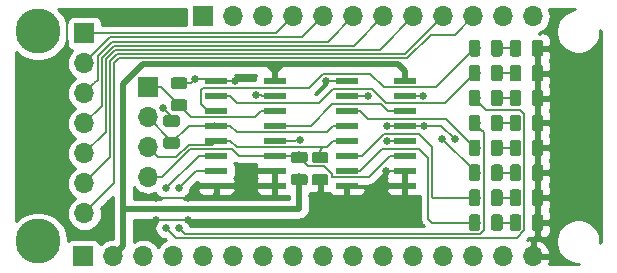
<source format=gbr>
G04 #@! TF.GenerationSoftware,KiCad,Pcbnew,(5.1.4)-1*
G04 #@! TF.CreationDate,2019-11-29T16:32:21-05:00*
G04 #@! TF.ProjectId,Feather-8bit-counter,46656174-6865-4722-9d38-6269742d636f,rev?*
G04 #@! TF.SameCoordinates,Original*
G04 #@! TF.FileFunction,Copper,L1,Top*
G04 #@! TF.FilePolarity,Positive*
%FSLAX46Y46*%
G04 Gerber Fmt 4.6, Leading zero omitted, Abs format (unit mm)*
G04 Created by KiCad (PCBNEW (5.1.4)-1) date 2019-11-29 16:32:21*
%MOMM*%
%LPD*%
G04 APERTURE LIST*
%ADD10C,0.100000*%
%ADD11C,0.975000*%
%ADD12O,1.700000X1.700000*%
%ADD13R,1.700000X1.700000*%
%ADD14R,1.981200X0.558800*%
%ADD15C,3.800000*%
%ADD16C,0.660400*%
%ADD17C,0.152400*%
%ADD18C,0.508000*%
%ADD19C,0.254000*%
G04 APERTURE END LIST*
D10*
G36*
X115542142Y-52805174D02*
G01*
X115565803Y-52808684D01*
X115589007Y-52814496D01*
X115611529Y-52822554D01*
X115633153Y-52832782D01*
X115653670Y-52845079D01*
X115672883Y-52859329D01*
X115690607Y-52875393D01*
X115706671Y-52893117D01*
X115720921Y-52912330D01*
X115733218Y-52932847D01*
X115743446Y-52954471D01*
X115751504Y-52976993D01*
X115757316Y-53000197D01*
X115760826Y-53023858D01*
X115762000Y-53047750D01*
X115762000Y-53535250D01*
X115760826Y-53559142D01*
X115757316Y-53582803D01*
X115751504Y-53606007D01*
X115743446Y-53628529D01*
X115733218Y-53650153D01*
X115720921Y-53670670D01*
X115706671Y-53689883D01*
X115690607Y-53707607D01*
X115672883Y-53723671D01*
X115653670Y-53737921D01*
X115633153Y-53750218D01*
X115611529Y-53760446D01*
X115589007Y-53768504D01*
X115565803Y-53774316D01*
X115542142Y-53777826D01*
X115518250Y-53779000D01*
X114605750Y-53779000D01*
X114581858Y-53777826D01*
X114558197Y-53774316D01*
X114534993Y-53768504D01*
X114512471Y-53760446D01*
X114490847Y-53750218D01*
X114470330Y-53737921D01*
X114451117Y-53723671D01*
X114433393Y-53707607D01*
X114417329Y-53689883D01*
X114403079Y-53670670D01*
X114390782Y-53650153D01*
X114380554Y-53628529D01*
X114372496Y-53606007D01*
X114366684Y-53582803D01*
X114363174Y-53559142D01*
X114362000Y-53535250D01*
X114362000Y-53047750D01*
X114363174Y-53023858D01*
X114366684Y-53000197D01*
X114372496Y-52976993D01*
X114380554Y-52954471D01*
X114390782Y-52932847D01*
X114403079Y-52912330D01*
X114417329Y-52893117D01*
X114433393Y-52875393D01*
X114451117Y-52859329D01*
X114470330Y-52845079D01*
X114490847Y-52832782D01*
X114512471Y-52822554D01*
X114534993Y-52814496D01*
X114558197Y-52808684D01*
X114581858Y-52805174D01*
X114605750Y-52804000D01*
X115518250Y-52804000D01*
X115542142Y-52805174D01*
X115542142Y-52805174D01*
G37*
D11*
X115062000Y-53291500D03*
D10*
G36*
X115542142Y-54680174D02*
G01*
X115565803Y-54683684D01*
X115589007Y-54689496D01*
X115611529Y-54697554D01*
X115633153Y-54707782D01*
X115653670Y-54720079D01*
X115672883Y-54734329D01*
X115690607Y-54750393D01*
X115706671Y-54768117D01*
X115720921Y-54787330D01*
X115733218Y-54807847D01*
X115743446Y-54829471D01*
X115751504Y-54851993D01*
X115757316Y-54875197D01*
X115760826Y-54898858D01*
X115762000Y-54922750D01*
X115762000Y-55410250D01*
X115760826Y-55434142D01*
X115757316Y-55457803D01*
X115751504Y-55481007D01*
X115743446Y-55503529D01*
X115733218Y-55525153D01*
X115720921Y-55545670D01*
X115706671Y-55564883D01*
X115690607Y-55582607D01*
X115672883Y-55598671D01*
X115653670Y-55612921D01*
X115633153Y-55625218D01*
X115611529Y-55635446D01*
X115589007Y-55643504D01*
X115565803Y-55649316D01*
X115542142Y-55652826D01*
X115518250Y-55654000D01*
X114605750Y-55654000D01*
X114581858Y-55652826D01*
X114558197Y-55649316D01*
X114534993Y-55643504D01*
X114512471Y-55635446D01*
X114490847Y-55625218D01*
X114470330Y-55612921D01*
X114451117Y-55598671D01*
X114433393Y-55582607D01*
X114417329Y-55564883D01*
X114403079Y-55545670D01*
X114390782Y-55525153D01*
X114380554Y-55503529D01*
X114372496Y-55481007D01*
X114366684Y-55457803D01*
X114363174Y-55434142D01*
X114362000Y-55410250D01*
X114362000Y-54922750D01*
X114363174Y-54898858D01*
X114366684Y-54875197D01*
X114372496Y-54851993D01*
X114380554Y-54829471D01*
X114390782Y-54807847D01*
X114403079Y-54787330D01*
X114417329Y-54768117D01*
X114433393Y-54750393D01*
X114451117Y-54734329D01*
X114470330Y-54720079D01*
X114490847Y-54707782D01*
X114512471Y-54697554D01*
X114534993Y-54689496D01*
X114558197Y-54683684D01*
X114581858Y-54680174D01*
X114605750Y-54679000D01*
X115518250Y-54679000D01*
X115542142Y-54680174D01*
X115542142Y-54680174D01*
G37*
D11*
X115062000Y-55166500D03*
D10*
G36*
X114894442Y-56005574D02*
G01*
X114918103Y-56009084D01*
X114941307Y-56014896D01*
X114963829Y-56022954D01*
X114985453Y-56033182D01*
X115005970Y-56045479D01*
X115025183Y-56059729D01*
X115042907Y-56075793D01*
X115058971Y-56093517D01*
X115073221Y-56112730D01*
X115085518Y-56133247D01*
X115095746Y-56154871D01*
X115103804Y-56177393D01*
X115109616Y-56200597D01*
X115113126Y-56224258D01*
X115114300Y-56248150D01*
X115114300Y-56735650D01*
X115113126Y-56759542D01*
X115109616Y-56783203D01*
X115103804Y-56806407D01*
X115095746Y-56828929D01*
X115085518Y-56850553D01*
X115073221Y-56871070D01*
X115058971Y-56890283D01*
X115042907Y-56908007D01*
X115025183Y-56924071D01*
X115005970Y-56938321D01*
X114985453Y-56950618D01*
X114963829Y-56960846D01*
X114941307Y-56968904D01*
X114918103Y-56974716D01*
X114894442Y-56978226D01*
X114870550Y-56979400D01*
X113958050Y-56979400D01*
X113934158Y-56978226D01*
X113910497Y-56974716D01*
X113887293Y-56968904D01*
X113864771Y-56960846D01*
X113843147Y-56950618D01*
X113822630Y-56938321D01*
X113803417Y-56924071D01*
X113785693Y-56908007D01*
X113769629Y-56890283D01*
X113755379Y-56871070D01*
X113743082Y-56850553D01*
X113732854Y-56828929D01*
X113724796Y-56806407D01*
X113718984Y-56783203D01*
X113715474Y-56759542D01*
X113714300Y-56735650D01*
X113714300Y-56248150D01*
X113715474Y-56224258D01*
X113718984Y-56200597D01*
X113724796Y-56177393D01*
X113732854Y-56154871D01*
X113743082Y-56133247D01*
X113755379Y-56112730D01*
X113769629Y-56093517D01*
X113785693Y-56075793D01*
X113803417Y-56059729D01*
X113822630Y-56045479D01*
X113843147Y-56033182D01*
X113864771Y-56022954D01*
X113887293Y-56014896D01*
X113910497Y-56009084D01*
X113934158Y-56005574D01*
X113958050Y-56004400D01*
X114870550Y-56004400D01*
X114894442Y-56005574D01*
X114894442Y-56005574D01*
G37*
D11*
X114414300Y-56491900D03*
D10*
G36*
X114894442Y-57880574D02*
G01*
X114918103Y-57884084D01*
X114941307Y-57889896D01*
X114963829Y-57897954D01*
X114985453Y-57908182D01*
X115005970Y-57920479D01*
X115025183Y-57934729D01*
X115042907Y-57950793D01*
X115058971Y-57968517D01*
X115073221Y-57987730D01*
X115085518Y-58008247D01*
X115095746Y-58029871D01*
X115103804Y-58052393D01*
X115109616Y-58075597D01*
X115113126Y-58099258D01*
X115114300Y-58123150D01*
X115114300Y-58610650D01*
X115113126Y-58634542D01*
X115109616Y-58658203D01*
X115103804Y-58681407D01*
X115095746Y-58703929D01*
X115085518Y-58725553D01*
X115073221Y-58746070D01*
X115058971Y-58765283D01*
X115042907Y-58783007D01*
X115025183Y-58799071D01*
X115005970Y-58813321D01*
X114985453Y-58825618D01*
X114963829Y-58835846D01*
X114941307Y-58843904D01*
X114918103Y-58849716D01*
X114894442Y-58853226D01*
X114870550Y-58854400D01*
X113958050Y-58854400D01*
X113934158Y-58853226D01*
X113910497Y-58849716D01*
X113887293Y-58843904D01*
X113864771Y-58835846D01*
X113843147Y-58825618D01*
X113822630Y-58813321D01*
X113803417Y-58799071D01*
X113785693Y-58783007D01*
X113769629Y-58765283D01*
X113755379Y-58746070D01*
X113743082Y-58725553D01*
X113732854Y-58703929D01*
X113724796Y-58681407D01*
X113718984Y-58658203D01*
X113715474Y-58634542D01*
X113714300Y-58610650D01*
X113714300Y-58123150D01*
X113715474Y-58099258D01*
X113718984Y-58075597D01*
X113724796Y-58052393D01*
X113732854Y-58029871D01*
X113743082Y-58008247D01*
X113755379Y-57987730D01*
X113769629Y-57968517D01*
X113785693Y-57950793D01*
X113803417Y-57934729D01*
X113822630Y-57920479D01*
X113843147Y-57908182D01*
X113864771Y-57897954D01*
X113887293Y-57889896D01*
X113910497Y-57884084D01*
X113934158Y-57880574D01*
X113958050Y-57879400D01*
X114870550Y-57879400D01*
X114894442Y-57880574D01*
X114894442Y-57880574D01*
G37*
D11*
X114414300Y-58366900D03*
D10*
G36*
X127480142Y-60979374D02*
G01*
X127503803Y-60982884D01*
X127527007Y-60988696D01*
X127549529Y-60996754D01*
X127571153Y-61006982D01*
X127591670Y-61019279D01*
X127610883Y-61033529D01*
X127628607Y-61049593D01*
X127644671Y-61067317D01*
X127658921Y-61086530D01*
X127671218Y-61107047D01*
X127681446Y-61128671D01*
X127689504Y-61151193D01*
X127695316Y-61174397D01*
X127698826Y-61198058D01*
X127700000Y-61221950D01*
X127700000Y-61709450D01*
X127698826Y-61733342D01*
X127695316Y-61757003D01*
X127689504Y-61780207D01*
X127681446Y-61802729D01*
X127671218Y-61824353D01*
X127658921Y-61844870D01*
X127644671Y-61864083D01*
X127628607Y-61881807D01*
X127610883Y-61897871D01*
X127591670Y-61912121D01*
X127571153Y-61924418D01*
X127549529Y-61934646D01*
X127527007Y-61942704D01*
X127503803Y-61948516D01*
X127480142Y-61952026D01*
X127456250Y-61953200D01*
X126543750Y-61953200D01*
X126519858Y-61952026D01*
X126496197Y-61948516D01*
X126472993Y-61942704D01*
X126450471Y-61934646D01*
X126428847Y-61924418D01*
X126408330Y-61912121D01*
X126389117Y-61897871D01*
X126371393Y-61881807D01*
X126355329Y-61864083D01*
X126341079Y-61844870D01*
X126328782Y-61824353D01*
X126318554Y-61802729D01*
X126310496Y-61780207D01*
X126304684Y-61757003D01*
X126301174Y-61733342D01*
X126300000Y-61709450D01*
X126300000Y-61221950D01*
X126301174Y-61198058D01*
X126304684Y-61174397D01*
X126310496Y-61151193D01*
X126318554Y-61128671D01*
X126328782Y-61107047D01*
X126341079Y-61086530D01*
X126355329Y-61067317D01*
X126371393Y-61049593D01*
X126389117Y-61033529D01*
X126408330Y-61019279D01*
X126428847Y-61006982D01*
X126450471Y-60996754D01*
X126472993Y-60988696D01*
X126496197Y-60982884D01*
X126519858Y-60979374D01*
X126543750Y-60978200D01*
X127456250Y-60978200D01*
X127480142Y-60979374D01*
X127480142Y-60979374D01*
G37*
D11*
X127000000Y-61465700D03*
D10*
G36*
X127480142Y-59104374D02*
G01*
X127503803Y-59107884D01*
X127527007Y-59113696D01*
X127549529Y-59121754D01*
X127571153Y-59131982D01*
X127591670Y-59144279D01*
X127610883Y-59158529D01*
X127628607Y-59174593D01*
X127644671Y-59192317D01*
X127658921Y-59211530D01*
X127671218Y-59232047D01*
X127681446Y-59253671D01*
X127689504Y-59276193D01*
X127695316Y-59299397D01*
X127698826Y-59323058D01*
X127700000Y-59346950D01*
X127700000Y-59834450D01*
X127698826Y-59858342D01*
X127695316Y-59882003D01*
X127689504Y-59905207D01*
X127681446Y-59927729D01*
X127671218Y-59949353D01*
X127658921Y-59969870D01*
X127644671Y-59989083D01*
X127628607Y-60006807D01*
X127610883Y-60022871D01*
X127591670Y-60037121D01*
X127571153Y-60049418D01*
X127549529Y-60059646D01*
X127527007Y-60067704D01*
X127503803Y-60073516D01*
X127480142Y-60077026D01*
X127456250Y-60078200D01*
X126543750Y-60078200D01*
X126519858Y-60077026D01*
X126496197Y-60073516D01*
X126472993Y-60067704D01*
X126450471Y-60059646D01*
X126428847Y-60049418D01*
X126408330Y-60037121D01*
X126389117Y-60022871D01*
X126371393Y-60006807D01*
X126355329Y-59989083D01*
X126341079Y-59969870D01*
X126328782Y-59949353D01*
X126318554Y-59927729D01*
X126310496Y-59905207D01*
X126304684Y-59882003D01*
X126301174Y-59858342D01*
X126300000Y-59834450D01*
X126300000Y-59346950D01*
X126301174Y-59323058D01*
X126304684Y-59299397D01*
X126310496Y-59276193D01*
X126318554Y-59253671D01*
X126328782Y-59232047D01*
X126341079Y-59211530D01*
X126355329Y-59192317D01*
X126371393Y-59174593D01*
X126389117Y-59158529D01*
X126408330Y-59144279D01*
X126428847Y-59131982D01*
X126450471Y-59121754D01*
X126472993Y-59113696D01*
X126496197Y-59107884D01*
X126519858Y-59104374D01*
X126543750Y-59103200D01*
X127456250Y-59103200D01*
X127480142Y-59104374D01*
X127480142Y-59104374D01*
G37*
D11*
X127000000Y-59590700D03*
D12*
X112433100Y-61254640D03*
X112433100Y-58714640D03*
X112433100Y-56174640D03*
D13*
X112433100Y-53634640D03*
D12*
X107048300Y-64313120D03*
X107048300Y-61773120D03*
X107048300Y-59233120D03*
X107048300Y-56693120D03*
X107048300Y-54153120D03*
X107048300Y-51613120D03*
D13*
X107048300Y-49073120D03*
D12*
X145034000Y-47650400D03*
X142494000Y-47650400D03*
X139954000Y-47650400D03*
X137414000Y-47650400D03*
X134874000Y-47650400D03*
X132334000Y-47650400D03*
X129794000Y-47650400D03*
X127254000Y-47650400D03*
X124714000Y-47650400D03*
X122174000Y-47650400D03*
X119634000Y-47650400D03*
D13*
X117094000Y-47650400D03*
D12*
X145034000Y-67970400D03*
X142494000Y-67970400D03*
X139954000Y-67970400D03*
X137414000Y-67970400D03*
X134874000Y-67970400D03*
X132334000Y-67970400D03*
X129794000Y-67970400D03*
X127254000Y-67970400D03*
X124714000Y-67970400D03*
X122174000Y-67970400D03*
X119634000Y-67970400D03*
X117094000Y-67970400D03*
X114554000Y-67970400D03*
X112014000Y-67970400D03*
X109474000Y-67970400D03*
D13*
X106934000Y-67970400D03*
D10*
G36*
X125714842Y-60964134D02*
G01*
X125738503Y-60967644D01*
X125761707Y-60973456D01*
X125784229Y-60981514D01*
X125805853Y-60991742D01*
X125826370Y-61004039D01*
X125845583Y-61018289D01*
X125863307Y-61034353D01*
X125879371Y-61052077D01*
X125893621Y-61071290D01*
X125905918Y-61091807D01*
X125916146Y-61113431D01*
X125924204Y-61135953D01*
X125930016Y-61159157D01*
X125933526Y-61182818D01*
X125934700Y-61206710D01*
X125934700Y-61694210D01*
X125933526Y-61718102D01*
X125930016Y-61741763D01*
X125924204Y-61764967D01*
X125916146Y-61787489D01*
X125905918Y-61809113D01*
X125893621Y-61829630D01*
X125879371Y-61848843D01*
X125863307Y-61866567D01*
X125845583Y-61882631D01*
X125826370Y-61896881D01*
X125805853Y-61909178D01*
X125784229Y-61919406D01*
X125761707Y-61927464D01*
X125738503Y-61933276D01*
X125714842Y-61936786D01*
X125690950Y-61937960D01*
X124778450Y-61937960D01*
X124754558Y-61936786D01*
X124730897Y-61933276D01*
X124707693Y-61927464D01*
X124685171Y-61919406D01*
X124663547Y-61909178D01*
X124643030Y-61896881D01*
X124623817Y-61882631D01*
X124606093Y-61866567D01*
X124590029Y-61848843D01*
X124575779Y-61829630D01*
X124563482Y-61809113D01*
X124553254Y-61787489D01*
X124545196Y-61764967D01*
X124539384Y-61741763D01*
X124535874Y-61718102D01*
X124534700Y-61694210D01*
X124534700Y-61206710D01*
X124535874Y-61182818D01*
X124539384Y-61159157D01*
X124545196Y-61135953D01*
X124553254Y-61113431D01*
X124563482Y-61091807D01*
X124575779Y-61071290D01*
X124590029Y-61052077D01*
X124606093Y-61034353D01*
X124623817Y-61018289D01*
X124643030Y-61004039D01*
X124663547Y-60991742D01*
X124685171Y-60981514D01*
X124707693Y-60973456D01*
X124730897Y-60967644D01*
X124754558Y-60964134D01*
X124778450Y-60962960D01*
X125690950Y-60962960D01*
X125714842Y-60964134D01*
X125714842Y-60964134D01*
G37*
D11*
X125234700Y-61450460D03*
D10*
G36*
X125714842Y-59089134D02*
G01*
X125738503Y-59092644D01*
X125761707Y-59098456D01*
X125784229Y-59106514D01*
X125805853Y-59116742D01*
X125826370Y-59129039D01*
X125845583Y-59143289D01*
X125863307Y-59159353D01*
X125879371Y-59177077D01*
X125893621Y-59196290D01*
X125905918Y-59216807D01*
X125916146Y-59238431D01*
X125924204Y-59260953D01*
X125930016Y-59284157D01*
X125933526Y-59307818D01*
X125934700Y-59331710D01*
X125934700Y-59819210D01*
X125933526Y-59843102D01*
X125930016Y-59866763D01*
X125924204Y-59889967D01*
X125916146Y-59912489D01*
X125905918Y-59934113D01*
X125893621Y-59954630D01*
X125879371Y-59973843D01*
X125863307Y-59991567D01*
X125845583Y-60007631D01*
X125826370Y-60021881D01*
X125805853Y-60034178D01*
X125784229Y-60044406D01*
X125761707Y-60052464D01*
X125738503Y-60058276D01*
X125714842Y-60061786D01*
X125690950Y-60062960D01*
X124778450Y-60062960D01*
X124754558Y-60061786D01*
X124730897Y-60058276D01*
X124707693Y-60052464D01*
X124685171Y-60044406D01*
X124663547Y-60034178D01*
X124643030Y-60021881D01*
X124623817Y-60007631D01*
X124606093Y-59991567D01*
X124590029Y-59973843D01*
X124575779Y-59954630D01*
X124563482Y-59934113D01*
X124553254Y-59912489D01*
X124545196Y-59889967D01*
X124539384Y-59866763D01*
X124535874Y-59843102D01*
X124534700Y-59819210D01*
X124534700Y-59331710D01*
X124535874Y-59307818D01*
X124539384Y-59284157D01*
X124545196Y-59260953D01*
X124553254Y-59238431D01*
X124563482Y-59216807D01*
X124575779Y-59196290D01*
X124590029Y-59177077D01*
X124606093Y-59159353D01*
X124623817Y-59143289D01*
X124643030Y-59129039D01*
X124663547Y-59116742D01*
X124685171Y-59106514D01*
X124707693Y-59098456D01*
X124730897Y-59092644D01*
X124754558Y-59089134D01*
X124778450Y-59087960D01*
X125690950Y-59087960D01*
X125714842Y-59089134D01*
X125714842Y-59089134D01*
G37*
D11*
X125234700Y-59575460D03*
D14*
X123151900Y-53086000D03*
X123151900Y-54356000D03*
X123151900Y-55626000D03*
X123151900Y-56896000D03*
X123151900Y-58166000D03*
X123151900Y-59436000D03*
X123151900Y-60706000D03*
X123151900Y-61976000D03*
X118224300Y-61976000D03*
X118224300Y-60706000D03*
X118224300Y-59436000D03*
X118224300Y-58166000D03*
X118224300Y-56896000D03*
X118224300Y-55626000D03*
X118224300Y-54356000D03*
X118224300Y-53086000D03*
X134188200Y-53086000D03*
X134188200Y-54356000D03*
X134188200Y-55626000D03*
X134188200Y-56896000D03*
X134188200Y-58166000D03*
X134188200Y-59436000D03*
X134188200Y-60706000D03*
X134188200Y-61976000D03*
X129260600Y-61976000D03*
X129260600Y-60706000D03*
X129260600Y-59436000D03*
X129260600Y-58166000D03*
X129260600Y-56896000D03*
X129260600Y-55626000D03*
X129260600Y-54356000D03*
X129260600Y-53086000D03*
D10*
G36*
X140350702Y-64401374D02*
G01*
X140374363Y-64404884D01*
X140397567Y-64410696D01*
X140420089Y-64418754D01*
X140441713Y-64428982D01*
X140462230Y-64441279D01*
X140481443Y-64455529D01*
X140499167Y-64471593D01*
X140515231Y-64489317D01*
X140529481Y-64508530D01*
X140541778Y-64529047D01*
X140552006Y-64550671D01*
X140560064Y-64573193D01*
X140565876Y-64596397D01*
X140569386Y-64620058D01*
X140570560Y-64643950D01*
X140570560Y-65556450D01*
X140569386Y-65580342D01*
X140565876Y-65604003D01*
X140560064Y-65627207D01*
X140552006Y-65649729D01*
X140541778Y-65671353D01*
X140529481Y-65691870D01*
X140515231Y-65711083D01*
X140499167Y-65728807D01*
X140481443Y-65744871D01*
X140462230Y-65759121D01*
X140441713Y-65771418D01*
X140420089Y-65781646D01*
X140397567Y-65789704D01*
X140374363Y-65795516D01*
X140350702Y-65799026D01*
X140326810Y-65800200D01*
X139839310Y-65800200D01*
X139815418Y-65799026D01*
X139791757Y-65795516D01*
X139768553Y-65789704D01*
X139746031Y-65781646D01*
X139724407Y-65771418D01*
X139703890Y-65759121D01*
X139684677Y-65744871D01*
X139666953Y-65728807D01*
X139650889Y-65711083D01*
X139636639Y-65691870D01*
X139624342Y-65671353D01*
X139614114Y-65649729D01*
X139606056Y-65627207D01*
X139600244Y-65604003D01*
X139596734Y-65580342D01*
X139595560Y-65556450D01*
X139595560Y-64643950D01*
X139596734Y-64620058D01*
X139600244Y-64596397D01*
X139606056Y-64573193D01*
X139614114Y-64550671D01*
X139624342Y-64529047D01*
X139636639Y-64508530D01*
X139650889Y-64489317D01*
X139666953Y-64471593D01*
X139684677Y-64455529D01*
X139703890Y-64441279D01*
X139724407Y-64428982D01*
X139746031Y-64418754D01*
X139768553Y-64410696D01*
X139791757Y-64404884D01*
X139815418Y-64401374D01*
X139839310Y-64400200D01*
X140326810Y-64400200D01*
X140350702Y-64401374D01*
X140350702Y-64401374D01*
G37*
D11*
X140083060Y-65100200D03*
D10*
G36*
X142225702Y-64401374D02*
G01*
X142249363Y-64404884D01*
X142272567Y-64410696D01*
X142295089Y-64418754D01*
X142316713Y-64428982D01*
X142337230Y-64441279D01*
X142356443Y-64455529D01*
X142374167Y-64471593D01*
X142390231Y-64489317D01*
X142404481Y-64508530D01*
X142416778Y-64529047D01*
X142427006Y-64550671D01*
X142435064Y-64573193D01*
X142440876Y-64596397D01*
X142444386Y-64620058D01*
X142445560Y-64643950D01*
X142445560Y-65556450D01*
X142444386Y-65580342D01*
X142440876Y-65604003D01*
X142435064Y-65627207D01*
X142427006Y-65649729D01*
X142416778Y-65671353D01*
X142404481Y-65691870D01*
X142390231Y-65711083D01*
X142374167Y-65728807D01*
X142356443Y-65744871D01*
X142337230Y-65759121D01*
X142316713Y-65771418D01*
X142295089Y-65781646D01*
X142272567Y-65789704D01*
X142249363Y-65795516D01*
X142225702Y-65799026D01*
X142201810Y-65800200D01*
X141714310Y-65800200D01*
X141690418Y-65799026D01*
X141666757Y-65795516D01*
X141643553Y-65789704D01*
X141621031Y-65781646D01*
X141599407Y-65771418D01*
X141578890Y-65759121D01*
X141559677Y-65744871D01*
X141541953Y-65728807D01*
X141525889Y-65711083D01*
X141511639Y-65691870D01*
X141499342Y-65671353D01*
X141489114Y-65649729D01*
X141481056Y-65627207D01*
X141475244Y-65604003D01*
X141471734Y-65580342D01*
X141470560Y-65556450D01*
X141470560Y-64643950D01*
X141471734Y-64620058D01*
X141475244Y-64596397D01*
X141481056Y-64573193D01*
X141489114Y-64550671D01*
X141499342Y-64529047D01*
X141511639Y-64508530D01*
X141525889Y-64489317D01*
X141541953Y-64471593D01*
X141559677Y-64455529D01*
X141578890Y-64441279D01*
X141599407Y-64428982D01*
X141621031Y-64418754D01*
X141643553Y-64410696D01*
X141666757Y-64404884D01*
X141690418Y-64401374D01*
X141714310Y-64400200D01*
X142201810Y-64400200D01*
X142225702Y-64401374D01*
X142225702Y-64401374D01*
G37*
D11*
X141958060Y-65100200D03*
D10*
G36*
X140350702Y-62293174D02*
G01*
X140374363Y-62296684D01*
X140397567Y-62302496D01*
X140420089Y-62310554D01*
X140441713Y-62320782D01*
X140462230Y-62333079D01*
X140481443Y-62347329D01*
X140499167Y-62363393D01*
X140515231Y-62381117D01*
X140529481Y-62400330D01*
X140541778Y-62420847D01*
X140552006Y-62442471D01*
X140560064Y-62464993D01*
X140565876Y-62488197D01*
X140569386Y-62511858D01*
X140570560Y-62535750D01*
X140570560Y-63448250D01*
X140569386Y-63472142D01*
X140565876Y-63495803D01*
X140560064Y-63519007D01*
X140552006Y-63541529D01*
X140541778Y-63563153D01*
X140529481Y-63583670D01*
X140515231Y-63602883D01*
X140499167Y-63620607D01*
X140481443Y-63636671D01*
X140462230Y-63650921D01*
X140441713Y-63663218D01*
X140420089Y-63673446D01*
X140397567Y-63681504D01*
X140374363Y-63687316D01*
X140350702Y-63690826D01*
X140326810Y-63692000D01*
X139839310Y-63692000D01*
X139815418Y-63690826D01*
X139791757Y-63687316D01*
X139768553Y-63681504D01*
X139746031Y-63673446D01*
X139724407Y-63663218D01*
X139703890Y-63650921D01*
X139684677Y-63636671D01*
X139666953Y-63620607D01*
X139650889Y-63602883D01*
X139636639Y-63583670D01*
X139624342Y-63563153D01*
X139614114Y-63541529D01*
X139606056Y-63519007D01*
X139600244Y-63495803D01*
X139596734Y-63472142D01*
X139595560Y-63448250D01*
X139595560Y-62535750D01*
X139596734Y-62511858D01*
X139600244Y-62488197D01*
X139606056Y-62464993D01*
X139614114Y-62442471D01*
X139624342Y-62420847D01*
X139636639Y-62400330D01*
X139650889Y-62381117D01*
X139666953Y-62363393D01*
X139684677Y-62347329D01*
X139703890Y-62333079D01*
X139724407Y-62320782D01*
X139746031Y-62310554D01*
X139768553Y-62302496D01*
X139791757Y-62296684D01*
X139815418Y-62293174D01*
X139839310Y-62292000D01*
X140326810Y-62292000D01*
X140350702Y-62293174D01*
X140350702Y-62293174D01*
G37*
D11*
X140083060Y-62992000D03*
D10*
G36*
X142225702Y-62293174D02*
G01*
X142249363Y-62296684D01*
X142272567Y-62302496D01*
X142295089Y-62310554D01*
X142316713Y-62320782D01*
X142337230Y-62333079D01*
X142356443Y-62347329D01*
X142374167Y-62363393D01*
X142390231Y-62381117D01*
X142404481Y-62400330D01*
X142416778Y-62420847D01*
X142427006Y-62442471D01*
X142435064Y-62464993D01*
X142440876Y-62488197D01*
X142444386Y-62511858D01*
X142445560Y-62535750D01*
X142445560Y-63448250D01*
X142444386Y-63472142D01*
X142440876Y-63495803D01*
X142435064Y-63519007D01*
X142427006Y-63541529D01*
X142416778Y-63563153D01*
X142404481Y-63583670D01*
X142390231Y-63602883D01*
X142374167Y-63620607D01*
X142356443Y-63636671D01*
X142337230Y-63650921D01*
X142316713Y-63663218D01*
X142295089Y-63673446D01*
X142272567Y-63681504D01*
X142249363Y-63687316D01*
X142225702Y-63690826D01*
X142201810Y-63692000D01*
X141714310Y-63692000D01*
X141690418Y-63690826D01*
X141666757Y-63687316D01*
X141643553Y-63681504D01*
X141621031Y-63673446D01*
X141599407Y-63663218D01*
X141578890Y-63650921D01*
X141559677Y-63636671D01*
X141541953Y-63620607D01*
X141525889Y-63602883D01*
X141511639Y-63583670D01*
X141499342Y-63563153D01*
X141489114Y-63541529D01*
X141481056Y-63519007D01*
X141475244Y-63495803D01*
X141471734Y-63472142D01*
X141470560Y-63448250D01*
X141470560Y-62535750D01*
X141471734Y-62511858D01*
X141475244Y-62488197D01*
X141481056Y-62464993D01*
X141489114Y-62442471D01*
X141499342Y-62420847D01*
X141511639Y-62400330D01*
X141525889Y-62381117D01*
X141541953Y-62363393D01*
X141559677Y-62347329D01*
X141578890Y-62333079D01*
X141599407Y-62320782D01*
X141621031Y-62310554D01*
X141643553Y-62302496D01*
X141666757Y-62296684D01*
X141690418Y-62293174D01*
X141714310Y-62292000D01*
X142201810Y-62292000D01*
X142225702Y-62293174D01*
X142225702Y-62293174D01*
G37*
D11*
X141958060Y-62992000D03*
D10*
G36*
X140350702Y-60184974D02*
G01*
X140374363Y-60188484D01*
X140397567Y-60194296D01*
X140420089Y-60202354D01*
X140441713Y-60212582D01*
X140462230Y-60224879D01*
X140481443Y-60239129D01*
X140499167Y-60255193D01*
X140515231Y-60272917D01*
X140529481Y-60292130D01*
X140541778Y-60312647D01*
X140552006Y-60334271D01*
X140560064Y-60356793D01*
X140565876Y-60379997D01*
X140569386Y-60403658D01*
X140570560Y-60427550D01*
X140570560Y-61340050D01*
X140569386Y-61363942D01*
X140565876Y-61387603D01*
X140560064Y-61410807D01*
X140552006Y-61433329D01*
X140541778Y-61454953D01*
X140529481Y-61475470D01*
X140515231Y-61494683D01*
X140499167Y-61512407D01*
X140481443Y-61528471D01*
X140462230Y-61542721D01*
X140441713Y-61555018D01*
X140420089Y-61565246D01*
X140397567Y-61573304D01*
X140374363Y-61579116D01*
X140350702Y-61582626D01*
X140326810Y-61583800D01*
X139839310Y-61583800D01*
X139815418Y-61582626D01*
X139791757Y-61579116D01*
X139768553Y-61573304D01*
X139746031Y-61565246D01*
X139724407Y-61555018D01*
X139703890Y-61542721D01*
X139684677Y-61528471D01*
X139666953Y-61512407D01*
X139650889Y-61494683D01*
X139636639Y-61475470D01*
X139624342Y-61454953D01*
X139614114Y-61433329D01*
X139606056Y-61410807D01*
X139600244Y-61387603D01*
X139596734Y-61363942D01*
X139595560Y-61340050D01*
X139595560Y-60427550D01*
X139596734Y-60403658D01*
X139600244Y-60379997D01*
X139606056Y-60356793D01*
X139614114Y-60334271D01*
X139624342Y-60312647D01*
X139636639Y-60292130D01*
X139650889Y-60272917D01*
X139666953Y-60255193D01*
X139684677Y-60239129D01*
X139703890Y-60224879D01*
X139724407Y-60212582D01*
X139746031Y-60202354D01*
X139768553Y-60194296D01*
X139791757Y-60188484D01*
X139815418Y-60184974D01*
X139839310Y-60183800D01*
X140326810Y-60183800D01*
X140350702Y-60184974D01*
X140350702Y-60184974D01*
G37*
D11*
X140083060Y-60883800D03*
D10*
G36*
X142225702Y-60184974D02*
G01*
X142249363Y-60188484D01*
X142272567Y-60194296D01*
X142295089Y-60202354D01*
X142316713Y-60212582D01*
X142337230Y-60224879D01*
X142356443Y-60239129D01*
X142374167Y-60255193D01*
X142390231Y-60272917D01*
X142404481Y-60292130D01*
X142416778Y-60312647D01*
X142427006Y-60334271D01*
X142435064Y-60356793D01*
X142440876Y-60379997D01*
X142444386Y-60403658D01*
X142445560Y-60427550D01*
X142445560Y-61340050D01*
X142444386Y-61363942D01*
X142440876Y-61387603D01*
X142435064Y-61410807D01*
X142427006Y-61433329D01*
X142416778Y-61454953D01*
X142404481Y-61475470D01*
X142390231Y-61494683D01*
X142374167Y-61512407D01*
X142356443Y-61528471D01*
X142337230Y-61542721D01*
X142316713Y-61555018D01*
X142295089Y-61565246D01*
X142272567Y-61573304D01*
X142249363Y-61579116D01*
X142225702Y-61582626D01*
X142201810Y-61583800D01*
X141714310Y-61583800D01*
X141690418Y-61582626D01*
X141666757Y-61579116D01*
X141643553Y-61573304D01*
X141621031Y-61565246D01*
X141599407Y-61555018D01*
X141578890Y-61542721D01*
X141559677Y-61528471D01*
X141541953Y-61512407D01*
X141525889Y-61494683D01*
X141511639Y-61475470D01*
X141499342Y-61454953D01*
X141489114Y-61433329D01*
X141481056Y-61410807D01*
X141475244Y-61387603D01*
X141471734Y-61363942D01*
X141470560Y-61340050D01*
X141470560Y-60427550D01*
X141471734Y-60403658D01*
X141475244Y-60379997D01*
X141481056Y-60356793D01*
X141489114Y-60334271D01*
X141499342Y-60312647D01*
X141511639Y-60292130D01*
X141525889Y-60272917D01*
X141541953Y-60255193D01*
X141559677Y-60239129D01*
X141578890Y-60224879D01*
X141599407Y-60212582D01*
X141621031Y-60202354D01*
X141643553Y-60194296D01*
X141666757Y-60188484D01*
X141690418Y-60184974D01*
X141714310Y-60183800D01*
X142201810Y-60183800D01*
X142225702Y-60184974D01*
X142225702Y-60184974D01*
G37*
D11*
X141958060Y-60883800D03*
D10*
G36*
X140350702Y-58076774D02*
G01*
X140374363Y-58080284D01*
X140397567Y-58086096D01*
X140420089Y-58094154D01*
X140441713Y-58104382D01*
X140462230Y-58116679D01*
X140481443Y-58130929D01*
X140499167Y-58146993D01*
X140515231Y-58164717D01*
X140529481Y-58183930D01*
X140541778Y-58204447D01*
X140552006Y-58226071D01*
X140560064Y-58248593D01*
X140565876Y-58271797D01*
X140569386Y-58295458D01*
X140570560Y-58319350D01*
X140570560Y-59231850D01*
X140569386Y-59255742D01*
X140565876Y-59279403D01*
X140560064Y-59302607D01*
X140552006Y-59325129D01*
X140541778Y-59346753D01*
X140529481Y-59367270D01*
X140515231Y-59386483D01*
X140499167Y-59404207D01*
X140481443Y-59420271D01*
X140462230Y-59434521D01*
X140441713Y-59446818D01*
X140420089Y-59457046D01*
X140397567Y-59465104D01*
X140374363Y-59470916D01*
X140350702Y-59474426D01*
X140326810Y-59475600D01*
X139839310Y-59475600D01*
X139815418Y-59474426D01*
X139791757Y-59470916D01*
X139768553Y-59465104D01*
X139746031Y-59457046D01*
X139724407Y-59446818D01*
X139703890Y-59434521D01*
X139684677Y-59420271D01*
X139666953Y-59404207D01*
X139650889Y-59386483D01*
X139636639Y-59367270D01*
X139624342Y-59346753D01*
X139614114Y-59325129D01*
X139606056Y-59302607D01*
X139600244Y-59279403D01*
X139596734Y-59255742D01*
X139595560Y-59231850D01*
X139595560Y-58319350D01*
X139596734Y-58295458D01*
X139600244Y-58271797D01*
X139606056Y-58248593D01*
X139614114Y-58226071D01*
X139624342Y-58204447D01*
X139636639Y-58183930D01*
X139650889Y-58164717D01*
X139666953Y-58146993D01*
X139684677Y-58130929D01*
X139703890Y-58116679D01*
X139724407Y-58104382D01*
X139746031Y-58094154D01*
X139768553Y-58086096D01*
X139791757Y-58080284D01*
X139815418Y-58076774D01*
X139839310Y-58075600D01*
X140326810Y-58075600D01*
X140350702Y-58076774D01*
X140350702Y-58076774D01*
G37*
D11*
X140083060Y-58775600D03*
D10*
G36*
X142225702Y-58076774D02*
G01*
X142249363Y-58080284D01*
X142272567Y-58086096D01*
X142295089Y-58094154D01*
X142316713Y-58104382D01*
X142337230Y-58116679D01*
X142356443Y-58130929D01*
X142374167Y-58146993D01*
X142390231Y-58164717D01*
X142404481Y-58183930D01*
X142416778Y-58204447D01*
X142427006Y-58226071D01*
X142435064Y-58248593D01*
X142440876Y-58271797D01*
X142444386Y-58295458D01*
X142445560Y-58319350D01*
X142445560Y-59231850D01*
X142444386Y-59255742D01*
X142440876Y-59279403D01*
X142435064Y-59302607D01*
X142427006Y-59325129D01*
X142416778Y-59346753D01*
X142404481Y-59367270D01*
X142390231Y-59386483D01*
X142374167Y-59404207D01*
X142356443Y-59420271D01*
X142337230Y-59434521D01*
X142316713Y-59446818D01*
X142295089Y-59457046D01*
X142272567Y-59465104D01*
X142249363Y-59470916D01*
X142225702Y-59474426D01*
X142201810Y-59475600D01*
X141714310Y-59475600D01*
X141690418Y-59474426D01*
X141666757Y-59470916D01*
X141643553Y-59465104D01*
X141621031Y-59457046D01*
X141599407Y-59446818D01*
X141578890Y-59434521D01*
X141559677Y-59420271D01*
X141541953Y-59404207D01*
X141525889Y-59386483D01*
X141511639Y-59367270D01*
X141499342Y-59346753D01*
X141489114Y-59325129D01*
X141481056Y-59302607D01*
X141475244Y-59279403D01*
X141471734Y-59255742D01*
X141470560Y-59231850D01*
X141470560Y-58319350D01*
X141471734Y-58295458D01*
X141475244Y-58271797D01*
X141481056Y-58248593D01*
X141489114Y-58226071D01*
X141499342Y-58204447D01*
X141511639Y-58183930D01*
X141525889Y-58164717D01*
X141541953Y-58146993D01*
X141559677Y-58130929D01*
X141578890Y-58116679D01*
X141599407Y-58104382D01*
X141621031Y-58094154D01*
X141643553Y-58086096D01*
X141666757Y-58080284D01*
X141690418Y-58076774D01*
X141714310Y-58075600D01*
X142201810Y-58075600D01*
X142225702Y-58076774D01*
X142225702Y-58076774D01*
G37*
D11*
X141958060Y-58775600D03*
D10*
G36*
X140350702Y-55968574D02*
G01*
X140374363Y-55972084D01*
X140397567Y-55977896D01*
X140420089Y-55985954D01*
X140441713Y-55996182D01*
X140462230Y-56008479D01*
X140481443Y-56022729D01*
X140499167Y-56038793D01*
X140515231Y-56056517D01*
X140529481Y-56075730D01*
X140541778Y-56096247D01*
X140552006Y-56117871D01*
X140560064Y-56140393D01*
X140565876Y-56163597D01*
X140569386Y-56187258D01*
X140570560Y-56211150D01*
X140570560Y-57123650D01*
X140569386Y-57147542D01*
X140565876Y-57171203D01*
X140560064Y-57194407D01*
X140552006Y-57216929D01*
X140541778Y-57238553D01*
X140529481Y-57259070D01*
X140515231Y-57278283D01*
X140499167Y-57296007D01*
X140481443Y-57312071D01*
X140462230Y-57326321D01*
X140441713Y-57338618D01*
X140420089Y-57348846D01*
X140397567Y-57356904D01*
X140374363Y-57362716D01*
X140350702Y-57366226D01*
X140326810Y-57367400D01*
X139839310Y-57367400D01*
X139815418Y-57366226D01*
X139791757Y-57362716D01*
X139768553Y-57356904D01*
X139746031Y-57348846D01*
X139724407Y-57338618D01*
X139703890Y-57326321D01*
X139684677Y-57312071D01*
X139666953Y-57296007D01*
X139650889Y-57278283D01*
X139636639Y-57259070D01*
X139624342Y-57238553D01*
X139614114Y-57216929D01*
X139606056Y-57194407D01*
X139600244Y-57171203D01*
X139596734Y-57147542D01*
X139595560Y-57123650D01*
X139595560Y-56211150D01*
X139596734Y-56187258D01*
X139600244Y-56163597D01*
X139606056Y-56140393D01*
X139614114Y-56117871D01*
X139624342Y-56096247D01*
X139636639Y-56075730D01*
X139650889Y-56056517D01*
X139666953Y-56038793D01*
X139684677Y-56022729D01*
X139703890Y-56008479D01*
X139724407Y-55996182D01*
X139746031Y-55985954D01*
X139768553Y-55977896D01*
X139791757Y-55972084D01*
X139815418Y-55968574D01*
X139839310Y-55967400D01*
X140326810Y-55967400D01*
X140350702Y-55968574D01*
X140350702Y-55968574D01*
G37*
D11*
X140083060Y-56667400D03*
D10*
G36*
X142225702Y-55968574D02*
G01*
X142249363Y-55972084D01*
X142272567Y-55977896D01*
X142295089Y-55985954D01*
X142316713Y-55996182D01*
X142337230Y-56008479D01*
X142356443Y-56022729D01*
X142374167Y-56038793D01*
X142390231Y-56056517D01*
X142404481Y-56075730D01*
X142416778Y-56096247D01*
X142427006Y-56117871D01*
X142435064Y-56140393D01*
X142440876Y-56163597D01*
X142444386Y-56187258D01*
X142445560Y-56211150D01*
X142445560Y-57123650D01*
X142444386Y-57147542D01*
X142440876Y-57171203D01*
X142435064Y-57194407D01*
X142427006Y-57216929D01*
X142416778Y-57238553D01*
X142404481Y-57259070D01*
X142390231Y-57278283D01*
X142374167Y-57296007D01*
X142356443Y-57312071D01*
X142337230Y-57326321D01*
X142316713Y-57338618D01*
X142295089Y-57348846D01*
X142272567Y-57356904D01*
X142249363Y-57362716D01*
X142225702Y-57366226D01*
X142201810Y-57367400D01*
X141714310Y-57367400D01*
X141690418Y-57366226D01*
X141666757Y-57362716D01*
X141643553Y-57356904D01*
X141621031Y-57348846D01*
X141599407Y-57338618D01*
X141578890Y-57326321D01*
X141559677Y-57312071D01*
X141541953Y-57296007D01*
X141525889Y-57278283D01*
X141511639Y-57259070D01*
X141499342Y-57238553D01*
X141489114Y-57216929D01*
X141481056Y-57194407D01*
X141475244Y-57171203D01*
X141471734Y-57147542D01*
X141470560Y-57123650D01*
X141470560Y-56211150D01*
X141471734Y-56187258D01*
X141475244Y-56163597D01*
X141481056Y-56140393D01*
X141489114Y-56117871D01*
X141499342Y-56096247D01*
X141511639Y-56075730D01*
X141525889Y-56056517D01*
X141541953Y-56038793D01*
X141559677Y-56022729D01*
X141578890Y-56008479D01*
X141599407Y-55996182D01*
X141621031Y-55985954D01*
X141643553Y-55977896D01*
X141666757Y-55972084D01*
X141690418Y-55968574D01*
X141714310Y-55967400D01*
X142201810Y-55967400D01*
X142225702Y-55968574D01*
X142225702Y-55968574D01*
G37*
D11*
X141958060Y-56667400D03*
D10*
G36*
X140350702Y-53860374D02*
G01*
X140374363Y-53863884D01*
X140397567Y-53869696D01*
X140420089Y-53877754D01*
X140441713Y-53887982D01*
X140462230Y-53900279D01*
X140481443Y-53914529D01*
X140499167Y-53930593D01*
X140515231Y-53948317D01*
X140529481Y-53967530D01*
X140541778Y-53988047D01*
X140552006Y-54009671D01*
X140560064Y-54032193D01*
X140565876Y-54055397D01*
X140569386Y-54079058D01*
X140570560Y-54102950D01*
X140570560Y-55015450D01*
X140569386Y-55039342D01*
X140565876Y-55063003D01*
X140560064Y-55086207D01*
X140552006Y-55108729D01*
X140541778Y-55130353D01*
X140529481Y-55150870D01*
X140515231Y-55170083D01*
X140499167Y-55187807D01*
X140481443Y-55203871D01*
X140462230Y-55218121D01*
X140441713Y-55230418D01*
X140420089Y-55240646D01*
X140397567Y-55248704D01*
X140374363Y-55254516D01*
X140350702Y-55258026D01*
X140326810Y-55259200D01*
X139839310Y-55259200D01*
X139815418Y-55258026D01*
X139791757Y-55254516D01*
X139768553Y-55248704D01*
X139746031Y-55240646D01*
X139724407Y-55230418D01*
X139703890Y-55218121D01*
X139684677Y-55203871D01*
X139666953Y-55187807D01*
X139650889Y-55170083D01*
X139636639Y-55150870D01*
X139624342Y-55130353D01*
X139614114Y-55108729D01*
X139606056Y-55086207D01*
X139600244Y-55063003D01*
X139596734Y-55039342D01*
X139595560Y-55015450D01*
X139595560Y-54102950D01*
X139596734Y-54079058D01*
X139600244Y-54055397D01*
X139606056Y-54032193D01*
X139614114Y-54009671D01*
X139624342Y-53988047D01*
X139636639Y-53967530D01*
X139650889Y-53948317D01*
X139666953Y-53930593D01*
X139684677Y-53914529D01*
X139703890Y-53900279D01*
X139724407Y-53887982D01*
X139746031Y-53877754D01*
X139768553Y-53869696D01*
X139791757Y-53863884D01*
X139815418Y-53860374D01*
X139839310Y-53859200D01*
X140326810Y-53859200D01*
X140350702Y-53860374D01*
X140350702Y-53860374D01*
G37*
D11*
X140083060Y-54559200D03*
D10*
G36*
X142225702Y-53860374D02*
G01*
X142249363Y-53863884D01*
X142272567Y-53869696D01*
X142295089Y-53877754D01*
X142316713Y-53887982D01*
X142337230Y-53900279D01*
X142356443Y-53914529D01*
X142374167Y-53930593D01*
X142390231Y-53948317D01*
X142404481Y-53967530D01*
X142416778Y-53988047D01*
X142427006Y-54009671D01*
X142435064Y-54032193D01*
X142440876Y-54055397D01*
X142444386Y-54079058D01*
X142445560Y-54102950D01*
X142445560Y-55015450D01*
X142444386Y-55039342D01*
X142440876Y-55063003D01*
X142435064Y-55086207D01*
X142427006Y-55108729D01*
X142416778Y-55130353D01*
X142404481Y-55150870D01*
X142390231Y-55170083D01*
X142374167Y-55187807D01*
X142356443Y-55203871D01*
X142337230Y-55218121D01*
X142316713Y-55230418D01*
X142295089Y-55240646D01*
X142272567Y-55248704D01*
X142249363Y-55254516D01*
X142225702Y-55258026D01*
X142201810Y-55259200D01*
X141714310Y-55259200D01*
X141690418Y-55258026D01*
X141666757Y-55254516D01*
X141643553Y-55248704D01*
X141621031Y-55240646D01*
X141599407Y-55230418D01*
X141578890Y-55218121D01*
X141559677Y-55203871D01*
X141541953Y-55187807D01*
X141525889Y-55170083D01*
X141511639Y-55150870D01*
X141499342Y-55130353D01*
X141489114Y-55108729D01*
X141481056Y-55086207D01*
X141475244Y-55063003D01*
X141471734Y-55039342D01*
X141470560Y-55015450D01*
X141470560Y-54102950D01*
X141471734Y-54079058D01*
X141475244Y-54055397D01*
X141481056Y-54032193D01*
X141489114Y-54009671D01*
X141499342Y-53988047D01*
X141511639Y-53967530D01*
X141525889Y-53948317D01*
X141541953Y-53930593D01*
X141559677Y-53914529D01*
X141578890Y-53900279D01*
X141599407Y-53887982D01*
X141621031Y-53877754D01*
X141643553Y-53869696D01*
X141666757Y-53863884D01*
X141690418Y-53860374D01*
X141714310Y-53859200D01*
X142201810Y-53859200D01*
X142225702Y-53860374D01*
X142225702Y-53860374D01*
G37*
D11*
X141958060Y-54559200D03*
D10*
G36*
X140350702Y-51752174D02*
G01*
X140374363Y-51755684D01*
X140397567Y-51761496D01*
X140420089Y-51769554D01*
X140441713Y-51779782D01*
X140462230Y-51792079D01*
X140481443Y-51806329D01*
X140499167Y-51822393D01*
X140515231Y-51840117D01*
X140529481Y-51859330D01*
X140541778Y-51879847D01*
X140552006Y-51901471D01*
X140560064Y-51923993D01*
X140565876Y-51947197D01*
X140569386Y-51970858D01*
X140570560Y-51994750D01*
X140570560Y-52907250D01*
X140569386Y-52931142D01*
X140565876Y-52954803D01*
X140560064Y-52978007D01*
X140552006Y-53000529D01*
X140541778Y-53022153D01*
X140529481Y-53042670D01*
X140515231Y-53061883D01*
X140499167Y-53079607D01*
X140481443Y-53095671D01*
X140462230Y-53109921D01*
X140441713Y-53122218D01*
X140420089Y-53132446D01*
X140397567Y-53140504D01*
X140374363Y-53146316D01*
X140350702Y-53149826D01*
X140326810Y-53151000D01*
X139839310Y-53151000D01*
X139815418Y-53149826D01*
X139791757Y-53146316D01*
X139768553Y-53140504D01*
X139746031Y-53132446D01*
X139724407Y-53122218D01*
X139703890Y-53109921D01*
X139684677Y-53095671D01*
X139666953Y-53079607D01*
X139650889Y-53061883D01*
X139636639Y-53042670D01*
X139624342Y-53022153D01*
X139614114Y-53000529D01*
X139606056Y-52978007D01*
X139600244Y-52954803D01*
X139596734Y-52931142D01*
X139595560Y-52907250D01*
X139595560Y-51994750D01*
X139596734Y-51970858D01*
X139600244Y-51947197D01*
X139606056Y-51923993D01*
X139614114Y-51901471D01*
X139624342Y-51879847D01*
X139636639Y-51859330D01*
X139650889Y-51840117D01*
X139666953Y-51822393D01*
X139684677Y-51806329D01*
X139703890Y-51792079D01*
X139724407Y-51779782D01*
X139746031Y-51769554D01*
X139768553Y-51761496D01*
X139791757Y-51755684D01*
X139815418Y-51752174D01*
X139839310Y-51751000D01*
X140326810Y-51751000D01*
X140350702Y-51752174D01*
X140350702Y-51752174D01*
G37*
D11*
X140083060Y-52451000D03*
D10*
G36*
X142225702Y-51752174D02*
G01*
X142249363Y-51755684D01*
X142272567Y-51761496D01*
X142295089Y-51769554D01*
X142316713Y-51779782D01*
X142337230Y-51792079D01*
X142356443Y-51806329D01*
X142374167Y-51822393D01*
X142390231Y-51840117D01*
X142404481Y-51859330D01*
X142416778Y-51879847D01*
X142427006Y-51901471D01*
X142435064Y-51923993D01*
X142440876Y-51947197D01*
X142444386Y-51970858D01*
X142445560Y-51994750D01*
X142445560Y-52907250D01*
X142444386Y-52931142D01*
X142440876Y-52954803D01*
X142435064Y-52978007D01*
X142427006Y-53000529D01*
X142416778Y-53022153D01*
X142404481Y-53042670D01*
X142390231Y-53061883D01*
X142374167Y-53079607D01*
X142356443Y-53095671D01*
X142337230Y-53109921D01*
X142316713Y-53122218D01*
X142295089Y-53132446D01*
X142272567Y-53140504D01*
X142249363Y-53146316D01*
X142225702Y-53149826D01*
X142201810Y-53151000D01*
X141714310Y-53151000D01*
X141690418Y-53149826D01*
X141666757Y-53146316D01*
X141643553Y-53140504D01*
X141621031Y-53132446D01*
X141599407Y-53122218D01*
X141578890Y-53109921D01*
X141559677Y-53095671D01*
X141541953Y-53079607D01*
X141525889Y-53061883D01*
X141511639Y-53042670D01*
X141499342Y-53022153D01*
X141489114Y-53000529D01*
X141481056Y-52978007D01*
X141475244Y-52954803D01*
X141471734Y-52931142D01*
X141470560Y-52907250D01*
X141470560Y-51994750D01*
X141471734Y-51970858D01*
X141475244Y-51947197D01*
X141481056Y-51923993D01*
X141489114Y-51901471D01*
X141499342Y-51879847D01*
X141511639Y-51859330D01*
X141525889Y-51840117D01*
X141541953Y-51822393D01*
X141559677Y-51806329D01*
X141578890Y-51792079D01*
X141599407Y-51779782D01*
X141621031Y-51769554D01*
X141643553Y-51761496D01*
X141666757Y-51755684D01*
X141690418Y-51752174D01*
X141714310Y-51751000D01*
X142201810Y-51751000D01*
X142225702Y-51752174D01*
X142225702Y-51752174D01*
G37*
D11*
X141958060Y-52451000D03*
D10*
G36*
X140350702Y-49643974D02*
G01*
X140374363Y-49647484D01*
X140397567Y-49653296D01*
X140420089Y-49661354D01*
X140441713Y-49671582D01*
X140462230Y-49683879D01*
X140481443Y-49698129D01*
X140499167Y-49714193D01*
X140515231Y-49731917D01*
X140529481Y-49751130D01*
X140541778Y-49771647D01*
X140552006Y-49793271D01*
X140560064Y-49815793D01*
X140565876Y-49838997D01*
X140569386Y-49862658D01*
X140570560Y-49886550D01*
X140570560Y-50799050D01*
X140569386Y-50822942D01*
X140565876Y-50846603D01*
X140560064Y-50869807D01*
X140552006Y-50892329D01*
X140541778Y-50913953D01*
X140529481Y-50934470D01*
X140515231Y-50953683D01*
X140499167Y-50971407D01*
X140481443Y-50987471D01*
X140462230Y-51001721D01*
X140441713Y-51014018D01*
X140420089Y-51024246D01*
X140397567Y-51032304D01*
X140374363Y-51038116D01*
X140350702Y-51041626D01*
X140326810Y-51042800D01*
X139839310Y-51042800D01*
X139815418Y-51041626D01*
X139791757Y-51038116D01*
X139768553Y-51032304D01*
X139746031Y-51024246D01*
X139724407Y-51014018D01*
X139703890Y-51001721D01*
X139684677Y-50987471D01*
X139666953Y-50971407D01*
X139650889Y-50953683D01*
X139636639Y-50934470D01*
X139624342Y-50913953D01*
X139614114Y-50892329D01*
X139606056Y-50869807D01*
X139600244Y-50846603D01*
X139596734Y-50822942D01*
X139595560Y-50799050D01*
X139595560Y-49886550D01*
X139596734Y-49862658D01*
X139600244Y-49838997D01*
X139606056Y-49815793D01*
X139614114Y-49793271D01*
X139624342Y-49771647D01*
X139636639Y-49751130D01*
X139650889Y-49731917D01*
X139666953Y-49714193D01*
X139684677Y-49698129D01*
X139703890Y-49683879D01*
X139724407Y-49671582D01*
X139746031Y-49661354D01*
X139768553Y-49653296D01*
X139791757Y-49647484D01*
X139815418Y-49643974D01*
X139839310Y-49642800D01*
X140326810Y-49642800D01*
X140350702Y-49643974D01*
X140350702Y-49643974D01*
G37*
D11*
X140083060Y-50342800D03*
D10*
G36*
X142225702Y-49643974D02*
G01*
X142249363Y-49647484D01*
X142272567Y-49653296D01*
X142295089Y-49661354D01*
X142316713Y-49671582D01*
X142337230Y-49683879D01*
X142356443Y-49698129D01*
X142374167Y-49714193D01*
X142390231Y-49731917D01*
X142404481Y-49751130D01*
X142416778Y-49771647D01*
X142427006Y-49793271D01*
X142435064Y-49815793D01*
X142440876Y-49838997D01*
X142444386Y-49862658D01*
X142445560Y-49886550D01*
X142445560Y-50799050D01*
X142444386Y-50822942D01*
X142440876Y-50846603D01*
X142435064Y-50869807D01*
X142427006Y-50892329D01*
X142416778Y-50913953D01*
X142404481Y-50934470D01*
X142390231Y-50953683D01*
X142374167Y-50971407D01*
X142356443Y-50987471D01*
X142337230Y-51001721D01*
X142316713Y-51014018D01*
X142295089Y-51024246D01*
X142272567Y-51032304D01*
X142249363Y-51038116D01*
X142225702Y-51041626D01*
X142201810Y-51042800D01*
X141714310Y-51042800D01*
X141690418Y-51041626D01*
X141666757Y-51038116D01*
X141643553Y-51032304D01*
X141621031Y-51024246D01*
X141599407Y-51014018D01*
X141578890Y-51001721D01*
X141559677Y-50987471D01*
X141541953Y-50971407D01*
X141525889Y-50953683D01*
X141511639Y-50934470D01*
X141499342Y-50913953D01*
X141489114Y-50892329D01*
X141481056Y-50869807D01*
X141475244Y-50846603D01*
X141471734Y-50822942D01*
X141470560Y-50799050D01*
X141470560Y-49886550D01*
X141471734Y-49862658D01*
X141475244Y-49838997D01*
X141481056Y-49815793D01*
X141489114Y-49793271D01*
X141499342Y-49771647D01*
X141511639Y-49751130D01*
X141525889Y-49731917D01*
X141541953Y-49714193D01*
X141559677Y-49698129D01*
X141578890Y-49683879D01*
X141599407Y-49671582D01*
X141621031Y-49661354D01*
X141643553Y-49653296D01*
X141666757Y-49647484D01*
X141690418Y-49643974D01*
X141714310Y-49642800D01*
X142201810Y-49642800D01*
X142225702Y-49643974D01*
X142225702Y-49643974D01*
G37*
D11*
X141958060Y-50342800D03*
D10*
G36*
X143807882Y-64401374D02*
G01*
X143831543Y-64404884D01*
X143854747Y-64410696D01*
X143877269Y-64418754D01*
X143898893Y-64428982D01*
X143919410Y-64441279D01*
X143938623Y-64455529D01*
X143956347Y-64471593D01*
X143972411Y-64489317D01*
X143986661Y-64508530D01*
X143998958Y-64529047D01*
X144009186Y-64550671D01*
X144017244Y-64573193D01*
X144023056Y-64596397D01*
X144026566Y-64620058D01*
X144027740Y-64643950D01*
X144027740Y-65556450D01*
X144026566Y-65580342D01*
X144023056Y-65604003D01*
X144017244Y-65627207D01*
X144009186Y-65649729D01*
X143998958Y-65671353D01*
X143986661Y-65691870D01*
X143972411Y-65711083D01*
X143956347Y-65728807D01*
X143938623Y-65744871D01*
X143919410Y-65759121D01*
X143898893Y-65771418D01*
X143877269Y-65781646D01*
X143854747Y-65789704D01*
X143831543Y-65795516D01*
X143807882Y-65799026D01*
X143783990Y-65800200D01*
X143296490Y-65800200D01*
X143272598Y-65799026D01*
X143248937Y-65795516D01*
X143225733Y-65789704D01*
X143203211Y-65781646D01*
X143181587Y-65771418D01*
X143161070Y-65759121D01*
X143141857Y-65744871D01*
X143124133Y-65728807D01*
X143108069Y-65711083D01*
X143093819Y-65691870D01*
X143081522Y-65671353D01*
X143071294Y-65649729D01*
X143063236Y-65627207D01*
X143057424Y-65604003D01*
X143053914Y-65580342D01*
X143052740Y-65556450D01*
X143052740Y-64643950D01*
X143053914Y-64620058D01*
X143057424Y-64596397D01*
X143063236Y-64573193D01*
X143071294Y-64550671D01*
X143081522Y-64529047D01*
X143093819Y-64508530D01*
X143108069Y-64489317D01*
X143124133Y-64471593D01*
X143141857Y-64455529D01*
X143161070Y-64441279D01*
X143181587Y-64428982D01*
X143203211Y-64418754D01*
X143225733Y-64410696D01*
X143248937Y-64404884D01*
X143272598Y-64401374D01*
X143296490Y-64400200D01*
X143783990Y-64400200D01*
X143807882Y-64401374D01*
X143807882Y-64401374D01*
G37*
D11*
X143540240Y-65100200D03*
D10*
G36*
X145682882Y-64401374D02*
G01*
X145706543Y-64404884D01*
X145729747Y-64410696D01*
X145752269Y-64418754D01*
X145773893Y-64428982D01*
X145794410Y-64441279D01*
X145813623Y-64455529D01*
X145831347Y-64471593D01*
X145847411Y-64489317D01*
X145861661Y-64508530D01*
X145873958Y-64529047D01*
X145884186Y-64550671D01*
X145892244Y-64573193D01*
X145898056Y-64596397D01*
X145901566Y-64620058D01*
X145902740Y-64643950D01*
X145902740Y-65556450D01*
X145901566Y-65580342D01*
X145898056Y-65604003D01*
X145892244Y-65627207D01*
X145884186Y-65649729D01*
X145873958Y-65671353D01*
X145861661Y-65691870D01*
X145847411Y-65711083D01*
X145831347Y-65728807D01*
X145813623Y-65744871D01*
X145794410Y-65759121D01*
X145773893Y-65771418D01*
X145752269Y-65781646D01*
X145729747Y-65789704D01*
X145706543Y-65795516D01*
X145682882Y-65799026D01*
X145658990Y-65800200D01*
X145171490Y-65800200D01*
X145147598Y-65799026D01*
X145123937Y-65795516D01*
X145100733Y-65789704D01*
X145078211Y-65781646D01*
X145056587Y-65771418D01*
X145036070Y-65759121D01*
X145016857Y-65744871D01*
X144999133Y-65728807D01*
X144983069Y-65711083D01*
X144968819Y-65691870D01*
X144956522Y-65671353D01*
X144946294Y-65649729D01*
X144938236Y-65627207D01*
X144932424Y-65604003D01*
X144928914Y-65580342D01*
X144927740Y-65556450D01*
X144927740Y-64643950D01*
X144928914Y-64620058D01*
X144932424Y-64596397D01*
X144938236Y-64573193D01*
X144946294Y-64550671D01*
X144956522Y-64529047D01*
X144968819Y-64508530D01*
X144983069Y-64489317D01*
X144999133Y-64471593D01*
X145016857Y-64455529D01*
X145036070Y-64441279D01*
X145056587Y-64428982D01*
X145078211Y-64418754D01*
X145100733Y-64410696D01*
X145123937Y-64404884D01*
X145147598Y-64401374D01*
X145171490Y-64400200D01*
X145658990Y-64400200D01*
X145682882Y-64401374D01*
X145682882Y-64401374D01*
G37*
D11*
X145415240Y-65100200D03*
D10*
G36*
X143807882Y-62293174D02*
G01*
X143831543Y-62296684D01*
X143854747Y-62302496D01*
X143877269Y-62310554D01*
X143898893Y-62320782D01*
X143919410Y-62333079D01*
X143938623Y-62347329D01*
X143956347Y-62363393D01*
X143972411Y-62381117D01*
X143986661Y-62400330D01*
X143998958Y-62420847D01*
X144009186Y-62442471D01*
X144017244Y-62464993D01*
X144023056Y-62488197D01*
X144026566Y-62511858D01*
X144027740Y-62535750D01*
X144027740Y-63448250D01*
X144026566Y-63472142D01*
X144023056Y-63495803D01*
X144017244Y-63519007D01*
X144009186Y-63541529D01*
X143998958Y-63563153D01*
X143986661Y-63583670D01*
X143972411Y-63602883D01*
X143956347Y-63620607D01*
X143938623Y-63636671D01*
X143919410Y-63650921D01*
X143898893Y-63663218D01*
X143877269Y-63673446D01*
X143854747Y-63681504D01*
X143831543Y-63687316D01*
X143807882Y-63690826D01*
X143783990Y-63692000D01*
X143296490Y-63692000D01*
X143272598Y-63690826D01*
X143248937Y-63687316D01*
X143225733Y-63681504D01*
X143203211Y-63673446D01*
X143181587Y-63663218D01*
X143161070Y-63650921D01*
X143141857Y-63636671D01*
X143124133Y-63620607D01*
X143108069Y-63602883D01*
X143093819Y-63583670D01*
X143081522Y-63563153D01*
X143071294Y-63541529D01*
X143063236Y-63519007D01*
X143057424Y-63495803D01*
X143053914Y-63472142D01*
X143052740Y-63448250D01*
X143052740Y-62535750D01*
X143053914Y-62511858D01*
X143057424Y-62488197D01*
X143063236Y-62464993D01*
X143071294Y-62442471D01*
X143081522Y-62420847D01*
X143093819Y-62400330D01*
X143108069Y-62381117D01*
X143124133Y-62363393D01*
X143141857Y-62347329D01*
X143161070Y-62333079D01*
X143181587Y-62320782D01*
X143203211Y-62310554D01*
X143225733Y-62302496D01*
X143248937Y-62296684D01*
X143272598Y-62293174D01*
X143296490Y-62292000D01*
X143783990Y-62292000D01*
X143807882Y-62293174D01*
X143807882Y-62293174D01*
G37*
D11*
X143540240Y-62992000D03*
D10*
G36*
X145682882Y-62293174D02*
G01*
X145706543Y-62296684D01*
X145729747Y-62302496D01*
X145752269Y-62310554D01*
X145773893Y-62320782D01*
X145794410Y-62333079D01*
X145813623Y-62347329D01*
X145831347Y-62363393D01*
X145847411Y-62381117D01*
X145861661Y-62400330D01*
X145873958Y-62420847D01*
X145884186Y-62442471D01*
X145892244Y-62464993D01*
X145898056Y-62488197D01*
X145901566Y-62511858D01*
X145902740Y-62535750D01*
X145902740Y-63448250D01*
X145901566Y-63472142D01*
X145898056Y-63495803D01*
X145892244Y-63519007D01*
X145884186Y-63541529D01*
X145873958Y-63563153D01*
X145861661Y-63583670D01*
X145847411Y-63602883D01*
X145831347Y-63620607D01*
X145813623Y-63636671D01*
X145794410Y-63650921D01*
X145773893Y-63663218D01*
X145752269Y-63673446D01*
X145729747Y-63681504D01*
X145706543Y-63687316D01*
X145682882Y-63690826D01*
X145658990Y-63692000D01*
X145171490Y-63692000D01*
X145147598Y-63690826D01*
X145123937Y-63687316D01*
X145100733Y-63681504D01*
X145078211Y-63673446D01*
X145056587Y-63663218D01*
X145036070Y-63650921D01*
X145016857Y-63636671D01*
X144999133Y-63620607D01*
X144983069Y-63602883D01*
X144968819Y-63583670D01*
X144956522Y-63563153D01*
X144946294Y-63541529D01*
X144938236Y-63519007D01*
X144932424Y-63495803D01*
X144928914Y-63472142D01*
X144927740Y-63448250D01*
X144927740Y-62535750D01*
X144928914Y-62511858D01*
X144932424Y-62488197D01*
X144938236Y-62464993D01*
X144946294Y-62442471D01*
X144956522Y-62420847D01*
X144968819Y-62400330D01*
X144983069Y-62381117D01*
X144999133Y-62363393D01*
X145016857Y-62347329D01*
X145036070Y-62333079D01*
X145056587Y-62320782D01*
X145078211Y-62310554D01*
X145100733Y-62302496D01*
X145123937Y-62296684D01*
X145147598Y-62293174D01*
X145171490Y-62292000D01*
X145658990Y-62292000D01*
X145682882Y-62293174D01*
X145682882Y-62293174D01*
G37*
D11*
X145415240Y-62992000D03*
D10*
G36*
X143807882Y-60184974D02*
G01*
X143831543Y-60188484D01*
X143854747Y-60194296D01*
X143877269Y-60202354D01*
X143898893Y-60212582D01*
X143919410Y-60224879D01*
X143938623Y-60239129D01*
X143956347Y-60255193D01*
X143972411Y-60272917D01*
X143986661Y-60292130D01*
X143998958Y-60312647D01*
X144009186Y-60334271D01*
X144017244Y-60356793D01*
X144023056Y-60379997D01*
X144026566Y-60403658D01*
X144027740Y-60427550D01*
X144027740Y-61340050D01*
X144026566Y-61363942D01*
X144023056Y-61387603D01*
X144017244Y-61410807D01*
X144009186Y-61433329D01*
X143998958Y-61454953D01*
X143986661Y-61475470D01*
X143972411Y-61494683D01*
X143956347Y-61512407D01*
X143938623Y-61528471D01*
X143919410Y-61542721D01*
X143898893Y-61555018D01*
X143877269Y-61565246D01*
X143854747Y-61573304D01*
X143831543Y-61579116D01*
X143807882Y-61582626D01*
X143783990Y-61583800D01*
X143296490Y-61583800D01*
X143272598Y-61582626D01*
X143248937Y-61579116D01*
X143225733Y-61573304D01*
X143203211Y-61565246D01*
X143181587Y-61555018D01*
X143161070Y-61542721D01*
X143141857Y-61528471D01*
X143124133Y-61512407D01*
X143108069Y-61494683D01*
X143093819Y-61475470D01*
X143081522Y-61454953D01*
X143071294Y-61433329D01*
X143063236Y-61410807D01*
X143057424Y-61387603D01*
X143053914Y-61363942D01*
X143052740Y-61340050D01*
X143052740Y-60427550D01*
X143053914Y-60403658D01*
X143057424Y-60379997D01*
X143063236Y-60356793D01*
X143071294Y-60334271D01*
X143081522Y-60312647D01*
X143093819Y-60292130D01*
X143108069Y-60272917D01*
X143124133Y-60255193D01*
X143141857Y-60239129D01*
X143161070Y-60224879D01*
X143181587Y-60212582D01*
X143203211Y-60202354D01*
X143225733Y-60194296D01*
X143248937Y-60188484D01*
X143272598Y-60184974D01*
X143296490Y-60183800D01*
X143783990Y-60183800D01*
X143807882Y-60184974D01*
X143807882Y-60184974D01*
G37*
D11*
X143540240Y-60883800D03*
D10*
G36*
X145682882Y-60184974D02*
G01*
X145706543Y-60188484D01*
X145729747Y-60194296D01*
X145752269Y-60202354D01*
X145773893Y-60212582D01*
X145794410Y-60224879D01*
X145813623Y-60239129D01*
X145831347Y-60255193D01*
X145847411Y-60272917D01*
X145861661Y-60292130D01*
X145873958Y-60312647D01*
X145884186Y-60334271D01*
X145892244Y-60356793D01*
X145898056Y-60379997D01*
X145901566Y-60403658D01*
X145902740Y-60427550D01*
X145902740Y-61340050D01*
X145901566Y-61363942D01*
X145898056Y-61387603D01*
X145892244Y-61410807D01*
X145884186Y-61433329D01*
X145873958Y-61454953D01*
X145861661Y-61475470D01*
X145847411Y-61494683D01*
X145831347Y-61512407D01*
X145813623Y-61528471D01*
X145794410Y-61542721D01*
X145773893Y-61555018D01*
X145752269Y-61565246D01*
X145729747Y-61573304D01*
X145706543Y-61579116D01*
X145682882Y-61582626D01*
X145658990Y-61583800D01*
X145171490Y-61583800D01*
X145147598Y-61582626D01*
X145123937Y-61579116D01*
X145100733Y-61573304D01*
X145078211Y-61565246D01*
X145056587Y-61555018D01*
X145036070Y-61542721D01*
X145016857Y-61528471D01*
X144999133Y-61512407D01*
X144983069Y-61494683D01*
X144968819Y-61475470D01*
X144956522Y-61454953D01*
X144946294Y-61433329D01*
X144938236Y-61410807D01*
X144932424Y-61387603D01*
X144928914Y-61363942D01*
X144927740Y-61340050D01*
X144927740Y-60427550D01*
X144928914Y-60403658D01*
X144932424Y-60379997D01*
X144938236Y-60356793D01*
X144946294Y-60334271D01*
X144956522Y-60312647D01*
X144968819Y-60292130D01*
X144983069Y-60272917D01*
X144999133Y-60255193D01*
X145016857Y-60239129D01*
X145036070Y-60224879D01*
X145056587Y-60212582D01*
X145078211Y-60202354D01*
X145100733Y-60194296D01*
X145123937Y-60188484D01*
X145147598Y-60184974D01*
X145171490Y-60183800D01*
X145658990Y-60183800D01*
X145682882Y-60184974D01*
X145682882Y-60184974D01*
G37*
D11*
X145415240Y-60883800D03*
D10*
G36*
X143807882Y-58076774D02*
G01*
X143831543Y-58080284D01*
X143854747Y-58086096D01*
X143877269Y-58094154D01*
X143898893Y-58104382D01*
X143919410Y-58116679D01*
X143938623Y-58130929D01*
X143956347Y-58146993D01*
X143972411Y-58164717D01*
X143986661Y-58183930D01*
X143998958Y-58204447D01*
X144009186Y-58226071D01*
X144017244Y-58248593D01*
X144023056Y-58271797D01*
X144026566Y-58295458D01*
X144027740Y-58319350D01*
X144027740Y-59231850D01*
X144026566Y-59255742D01*
X144023056Y-59279403D01*
X144017244Y-59302607D01*
X144009186Y-59325129D01*
X143998958Y-59346753D01*
X143986661Y-59367270D01*
X143972411Y-59386483D01*
X143956347Y-59404207D01*
X143938623Y-59420271D01*
X143919410Y-59434521D01*
X143898893Y-59446818D01*
X143877269Y-59457046D01*
X143854747Y-59465104D01*
X143831543Y-59470916D01*
X143807882Y-59474426D01*
X143783990Y-59475600D01*
X143296490Y-59475600D01*
X143272598Y-59474426D01*
X143248937Y-59470916D01*
X143225733Y-59465104D01*
X143203211Y-59457046D01*
X143181587Y-59446818D01*
X143161070Y-59434521D01*
X143141857Y-59420271D01*
X143124133Y-59404207D01*
X143108069Y-59386483D01*
X143093819Y-59367270D01*
X143081522Y-59346753D01*
X143071294Y-59325129D01*
X143063236Y-59302607D01*
X143057424Y-59279403D01*
X143053914Y-59255742D01*
X143052740Y-59231850D01*
X143052740Y-58319350D01*
X143053914Y-58295458D01*
X143057424Y-58271797D01*
X143063236Y-58248593D01*
X143071294Y-58226071D01*
X143081522Y-58204447D01*
X143093819Y-58183930D01*
X143108069Y-58164717D01*
X143124133Y-58146993D01*
X143141857Y-58130929D01*
X143161070Y-58116679D01*
X143181587Y-58104382D01*
X143203211Y-58094154D01*
X143225733Y-58086096D01*
X143248937Y-58080284D01*
X143272598Y-58076774D01*
X143296490Y-58075600D01*
X143783990Y-58075600D01*
X143807882Y-58076774D01*
X143807882Y-58076774D01*
G37*
D11*
X143540240Y-58775600D03*
D10*
G36*
X145682882Y-58076774D02*
G01*
X145706543Y-58080284D01*
X145729747Y-58086096D01*
X145752269Y-58094154D01*
X145773893Y-58104382D01*
X145794410Y-58116679D01*
X145813623Y-58130929D01*
X145831347Y-58146993D01*
X145847411Y-58164717D01*
X145861661Y-58183930D01*
X145873958Y-58204447D01*
X145884186Y-58226071D01*
X145892244Y-58248593D01*
X145898056Y-58271797D01*
X145901566Y-58295458D01*
X145902740Y-58319350D01*
X145902740Y-59231850D01*
X145901566Y-59255742D01*
X145898056Y-59279403D01*
X145892244Y-59302607D01*
X145884186Y-59325129D01*
X145873958Y-59346753D01*
X145861661Y-59367270D01*
X145847411Y-59386483D01*
X145831347Y-59404207D01*
X145813623Y-59420271D01*
X145794410Y-59434521D01*
X145773893Y-59446818D01*
X145752269Y-59457046D01*
X145729747Y-59465104D01*
X145706543Y-59470916D01*
X145682882Y-59474426D01*
X145658990Y-59475600D01*
X145171490Y-59475600D01*
X145147598Y-59474426D01*
X145123937Y-59470916D01*
X145100733Y-59465104D01*
X145078211Y-59457046D01*
X145056587Y-59446818D01*
X145036070Y-59434521D01*
X145016857Y-59420271D01*
X144999133Y-59404207D01*
X144983069Y-59386483D01*
X144968819Y-59367270D01*
X144956522Y-59346753D01*
X144946294Y-59325129D01*
X144938236Y-59302607D01*
X144932424Y-59279403D01*
X144928914Y-59255742D01*
X144927740Y-59231850D01*
X144927740Y-58319350D01*
X144928914Y-58295458D01*
X144932424Y-58271797D01*
X144938236Y-58248593D01*
X144946294Y-58226071D01*
X144956522Y-58204447D01*
X144968819Y-58183930D01*
X144983069Y-58164717D01*
X144999133Y-58146993D01*
X145016857Y-58130929D01*
X145036070Y-58116679D01*
X145056587Y-58104382D01*
X145078211Y-58094154D01*
X145100733Y-58086096D01*
X145123937Y-58080284D01*
X145147598Y-58076774D01*
X145171490Y-58075600D01*
X145658990Y-58075600D01*
X145682882Y-58076774D01*
X145682882Y-58076774D01*
G37*
D11*
X145415240Y-58775600D03*
D10*
G36*
X143807882Y-55968574D02*
G01*
X143831543Y-55972084D01*
X143854747Y-55977896D01*
X143877269Y-55985954D01*
X143898893Y-55996182D01*
X143919410Y-56008479D01*
X143938623Y-56022729D01*
X143956347Y-56038793D01*
X143972411Y-56056517D01*
X143986661Y-56075730D01*
X143998958Y-56096247D01*
X144009186Y-56117871D01*
X144017244Y-56140393D01*
X144023056Y-56163597D01*
X144026566Y-56187258D01*
X144027740Y-56211150D01*
X144027740Y-57123650D01*
X144026566Y-57147542D01*
X144023056Y-57171203D01*
X144017244Y-57194407D01*
X144009186Y-57216929D01*
X143998958Y-57238553D01*
X143986661Y-57259070D01*
X143972411Y-57278283D01*
X143956347Y-57296007D01*
X143938623Y-57312071D01*
X143919410Y-57326321D01*
X143898893Y-57338618D01*
X143877269Y-57348846D01*
X143854747Y-57356904D01*
X143831543Y-57362716D01*
X143807882Y-57366226D01*
X143783990Y-57367400D01*
X143296490Y-57367400D01*
X143272598Y-57366226D01*
X143248937Y-57362716D01*
X143225733Y-57356904D01*
X143203211Y-57348846D01*
X143181587Y-57338618D01*
X143161070Y-57326321D01*
X143141857Y-57312071D01*
X143124133Y-57296007D01*
X143108069Y-57278283D01*
X143093819Y-57259070D01*
X143081522Y-57238553D01*
X143071294Y-57216929D01*
X143063236Y-57194407D01*
X143057424Y-57171203D01*
X143053914Y-57147542D01*
X143052740Y-57123650D01*
X143052740Y-56211150D01*
X143053914Y-56187258D01*
X143057424Y-56163597D01*
X143063236Y-56140393D01*
X143071294Y-56117871D01*
X143081522Y-56096247D01*
X143093819Y-56075730D01*
X143108069Y-56056517D01*
X143124133Y-56038793D01*
X143141857Y-56022729D01*
X143161070Y-56008479D01*
X143181587Y-55996182D01*
X143203211Y-55985954D01*
X143225733Y-55977896D01*
X143248937Y-55972084D01*
X143272598Y-55968574D01*
X143296490Y-55967400D01*
X143783990Y-55967400D01*
X143807882Y-55968574D01*
X143807882Y-55968574D01*
G37*
D11*
X143540240Y-56667400D03*
D10*
G36*
X145682882Y-55968574D02*
G01*
X145706543Y-55972084D01*
X145729747Y-55977896D01*
X145752269Y-55985954D01*
X145773893Y-55996182D01*
X145794410Y-56008479D01*
X145813623Y-56022729D01*
X145831347Y-56038793D01*
X145847411Y-56056517D01*
X145861661Y-56075730D01*
X145873958Y-56096247D01*
X145884186Y-56117871D01*
X145892244Y-56140393D01*
X145898056Y-56163597D01*
X145901566Y-56187258D01*
X145902740Y-56211150D01*
X145902740Y-57123650D01*
X145901566Y-57147542D01*
X145898056Y-57171203D01*
X145892244Y-57194407D01*
X145884186Y-57216929D01*
X145873958Y-57238553D01*
X145861661Y-57259070D01*
X145847411Y-57278283D01*
X145831347Y-57296007D01*
X145813623Y-57312071D01*
X145794410Y-57326321D01*
X145773893Y-57338618D01*
X145752269Y-57348846D01*
X145729747Y-57356904D01*
X145706543Y-57362716D01*
X145682882Y-57366226D01*
X145658990Y-57367400D01*
X145171490Y-57367400D01*
X145147598Y-57366226D01*
X145123937Y-57362716D01*
X145100733Y-57356904D01*
X145078211Y-57348846D01*
X145056587Y-57338618D01*
X145036070Y-57326321D01*
X145016857Y-57312071D01*
X144999133Y-57296007D01*
X144983069Y-57278283D01*
X144968819Y-57259070D01*
X144956522Y-57238553D01*
X144946294Y-57216929D01*
X144938236Y-57194407D01*
X144932424Y-57171203D01*
X144928914Y-57147542D01*
X144927740Y-57123650D01*
X144927740Y-56211150D01*
X144928914Y-56187258D01*
X144932424Y-56163597D01*
X144938236Y-56140393D01*
X144946294Y-56117871D01*
X144956522Y-56096247D01*
X144968819Y-56075730D01*
X144983069Y-56056517D01*
X144999133Y-56038793D01*
X145016857Y-56022729D01*
X145036070Y-56008479D01*
X145056587Y-55996182D01*
X145078211Y-55985954D01*
X145100733Y-55977896D01*
X145123937Y-55972084D01*
X145147598Y-55968574D01*
X145171490Y-55967400D01*
X145658990Y-55967400D01*
X145682882Y-55968574D01*
X145682882Y-55968574D01*
G37*
D11*
X145415240Y-56667400D03*
D10*
G36*
X143807882Y-53860374D02*
G01*
X143831543Y-53863884D01*
X143854747Y-53869696D01*
X143877269Y-53877754D01*
X143898893Y-53887982D01*
X143919410Y-53900279D01*
X143938623Y-53914529D01*
X143956347Y-53930593D01*
X143972411Y-53948317D01*
X143986661Y-53967530D01*
X143998958Y-53988047D01*
X144009186Y-54009671D01*
X144017244Y-54032193D01*
X144023056Y-54055397D01*
X144026566Y-54079058D01*
X144027740Y-54102950D01*
X144027740Y-55015450D01*
X144026566Y-55039342D01*
X144023056Y-55063003D01*
X144017244Y-55086207D01*
X144009186Y-55108729D01*
X143998958Y-55130353D01*
X143986661Y-55150870D01*
X143972411Y-55170083D01*
X143956347Y-55187807D01*
X143938623Y-55203871D01*
X143919410Y-55218121D01*
X143898893Y-55230418D01*
X143877269Y-55240646D01*
X143854747Y-55248704D01*
X143831543Y-55254516D01*
X143807882Y-55258026D01*
X143783990Y-55259200D01*
X143296490Y-55259200D01*
X143272598Y-55258026D01*
X143248937Y-55254516D01*
X143225733Y-55248704D01*
X143203211Y-55240646D01*
X143181587Y-55230418D01*
X143161070Y-55218121D01*
X143141857Y-55203871D01*
X143124133Y-55187807D01*
X143108069Y-55170083D01*
X143093819Y-55150870D01*
X143081522Y-55130353D01*
X143071294Y-55108729D01*
X143063236Y-55086207D01*
X143057424Y-55063003D01*
X143053914Y-55039342D01*
X143052740Y-55015450D01*
X143052740Y-54102950D01*
X143053914Y-54079058D01*
X143057424Y-54055397D01*
X143063236Y-54032193D01*
X143071294Y-54009671D01*
X143081522Y-53988047D01*
X143093819Y-53967530D01*
X143108069Y-53948317D01*
X143124133Y-53930593D01*
X143141857Y-53914529D01*
X143161070Y-53900279D01*
X143181587Y-53887982D01*
X143203211Y-53877754D01*
X143225733Y-53869696D01*
X143248937Y-53863884D01*
X143272598Y-53860374D01*
X143296490Y-53859200D01*
X143783990Y-53859200D01*
X143807882Y-53860374D01*
X143807882Y-53860374D01*
G37*
D11*
X143540240Y-54559200D03*
D10*
G36*
X145682882Y-53860374D02*
G01*
X145706543Y-53863884D01*
X145729747Y-53869696D01*
X145752269Y-53877754D01*
X145773893Y-53887982D01*
X145794410Y-53900279D01*
X145813623Y-53914529D01*
X145831347Y-53930593D01*
X145847411Y-53948317D01*
X145861661Y-53967530D01*
X145873958Y-53988047D01*
X145884186Y-54009671D01*
X145892244Y-54032193D01*
X145898056Y-54055397D01*
X145901566Y-54079058D01*
X145902740Y-54102950D01*
X145902740Y-55015450D01*
X145901566Y-55039342D01*
X145898056Y-55063003D01*
X145892244Y-55086207D01*
X145884186Y-55108729D01*
X145873958Y-55130353D01*
X145861661Y-55150870D01*
X145847411Y-55170083D01*
X145831347Y-55187807D01*
X145813623Y-55203871D01*
X145794410Y-55218121D01*
X145773893Y-55230418D01*
X145752269Y-55240646D01*
X145729747Y-55248704D01*
X145706543Y-55254516D01*
X145682882Y-55258026D01*
X145658990Y-55259200D01*
X145171490Y-55259200D01*
X145147598Y-55258026D01*
X145123937Y-55254516D01*
X145100733Y-55248704D01*
X145078211Y-55240646D01*
X145056587Y-55230418D01*
X145036070Y-55218121D01*
X145016857Y-55203871D01*
X144999133Y-55187807D01*
X144983069Y-55170083D01*
X144968819Y-55150870D01*
X144956522Y-55130353D01*
X144946294Y-55108729D01*
X144938236Y-55086207D01*
X144932424Y-55063003D01*
X144928914Y-55039342D01*
X144927740Y-55015450D01*
X144927740Y-54102950D01*
X144928914Y-54079058D01*
X144932424Y-54055397D01*
X144938236Y-54032193D01*
X144946294Y-54009671D01*
X144956522Y-53988047D01*
X144968819Y-53967530D01*
X144983069Y-53948317D01*
X144999133Y-53930593D01*
X145016857Y-53914529D01*
X145036070Y-53900279D01*
X145056587Y-53887982D01*
X145078211Y-53877754D01*
X145100733Y-53869696D01*
X145123937Y-53863884D01*
X145147598Y-53860374D01*
X145171490Y-53859200D01*
X145658990Y-53859200D01*
X145682882Y-53860374D01*
X145682882Y-53860374D01*
G37*
D11*
X145415240Y-54559200D03*
D10*
G36*
X143807882Y-51752174D02*
G01*
X143831543Y-51755684D01*
X143854747Y-51761496D01*
X143877269Y-51769554D01*
X143898893Y-51779782D01*
X143919410Y-51792079D01*
X143938623Y-51806329D01*
X143956347Y-51822393D01*
X143972411Y-51840117D01*
X143986661Y-51859330D01*
X143998958Y-51879847D01*
X144009186Y-51901471D01*
X144017244Y-51923993D01*
X144023056Y-51947197D01*
X144026566Y-51970858D01*
X144027740Y-51994750D01*
X144027740Y-52907250D01*
X144026566Y-52931142D01*
X144023056Y-52954803D01*
X144017244Y-52978007D01*
X144009186Y-53000529D01*
X143998958Y-53022153D01*
X143986661Y-53042670D01*
X143972411Y-53061883D01*
X143956347Y-53079607D01*
X143938623Y-53095671D01*
X143919410Y-53109921D01*
X143898893Y-53122218D01*
X143877269Y-53132446D01*
X143854747Y-53140504D01*
X143831543Y-53146316D01*
X143807882Y-53149826D01*
X143783990Y-53151000D01*
X143296490Y-53151000D01*
X143272598Y-53149826D01*
X143248937Y-53146316D01*
X143225733Y-53140504D01*
X143203211Y-53132446D01*
X143181587Y-53122218D01*
X143161070Y-53109921D01*
X143141857Y-53095671D01*
X143124133Y-53079607D01*
X143108069Y-53061883D01*
X143093819Y-53042670D01*
X143081522Y-53022153D01*
X143071294Y-53000529D01*
X143063236Y-52978007D01*
X143057424Y-52954803D01*
X143053914Y-52931142D01*
X143052740Y-52907250D01*
X143052740Y-51994750D01*
X143053914Y-51970858D01*
X143057424Y-51947197D01*
X143063236Y-51923993D01*
X143071294Y-51901471D01*
X143081522Y-51879847D01*
X143093819Y-51859330D01*
X143108069Y-51840117D01*
X143124133Y-51822393D01*
X143141857Y-51806329D01*
X143161070Y-51792079D01*
X143181587Y-51779782D01*
X143203211Y-51769554D01*
X143225733Y-51761496D01*
X143248937Y-51755684D01*
X143272598Y-51752174D01*
X143296490Y-51751000D01*
X143783990Y-51751000D01*
X143807882Y-51752174D01*
X143807882Y-51752174D01*
G37*
D11*
X143540240Y-52451000D03*
D10*
G36*
X145682882Y-51752174D02*
G01*
X145706543Y-51755684D01*
X145729747Y-51761496D01*
X145752269Y-51769554D01*
X145773893Y-51779782D01*
X145794410Y-51792079D01*
X145813623Y-51806329D01*
X145831347Y-51822393D01*
X145847411Y-51840117D01*
X145861661Y-51859330D01*
X145873958Y-51879847D01*
X145884186Y-51901471D01*
X145892244Y-51923993D01*
X145898056Y-51947197D01*
X145901566Y-51970858D01*
X145902740Y-51994750D01*
X145902740Y-52907250D01*
X145901566Y-52931142D01*
X145898056Y-52954803D01*
X145892244Y-52978007D01*
X145884186Y-53000529D01*
X145873958Y-53022153D01*
X145861661Y-53042670D01*
X145847411Y-53061883D01*
X145831347Y-53079607D01*
X145813623Y-53095671D01*
X145794410Y-53109921D01*
X145773893Y-53122218D01*
X145752269Y-53132446D01*
X145729747Y-53140504D01*
X145706543Y-53146316D01*
X145682882Y-53149826D01*
X145658990Y-53151000D01*
X145171490Y-53151000D01*
X145147598Y-53149826D01*
X145123937Y-53146316D01*
X145100733Y-53140504D01*
X145078211Y-53132446D01*
X145056587Y-53122218D01*
X145036070Y-53109921D01*
X145016857Y-53095671D01*
X144999133Y-53079607D01*
X144983069Y-53061883D01*
X144968819Y-53042670D01*
X144956522Y-53022153D01*
X144946294Y-53000529D01*
X144938236Y-52978007D01*
X144932424Y-52954803D01*
X144928914Y-52931142D01*
X144927740Y-52907250D01*
X144927740Y-51994750D01*
X144928914Y-51970858D01*
X144932424Y-51947197D01*
X144938236Y-51923993D01*
X144946294Y-51901471D01*
X144956522Y-51879847D01*
X144968819Y-51859330D01*
X144983069Y-51840117D01*
X144999133Y-51822393D01*
X145016857Y-51806329D01*
X145036070Y-51792079D01*
X145056587Y-51779782D01*
X145078211Y-51769554D01*
X145100733Y-51761496D01*
X145123937Y-51755684D01*
X145147598Y-51752174D01*
X145171490Y-51751000D01*
X145658990Y-51751000D01*
X145682882Y-51752174D01*
X145682882Y-51752174D01*
G37*
D11*
X145415240Y-52451000D03*
D10*
G36*
X143807882Y-49643974D02*
G01*
X143831543Y-49647484D01*
X143854747Y-49653296D01*
X143877269Y-49661354D01*
X143898893Y-49671582D01*
X143919410Y-49683879D01*
X143938623Y-49698129D01*
X143956347Y-49714193D01*
X143972411Y-49731917D01*
X143986661Y-49751130D01*
X143998958Y-49771647D01*
X144009186Y-49793271D01*
X144017244Y-49815793D01*
X144023056Y-49838997D01*
X144026566Y-49862658D01*
X144027740Y-49886550D01*
X144027740Y-50799050D01*
X144026566Y-50822942D01*
X144023056Y-50846603D01*
X144017244Y-50869807D01*
X144009186Y-50892329D01*
X143998958Y-50913953D01*
X143986661Y-50934470D01*
X143972411Y-50953683D01*
X143956347Y-50971407D01*
X143938623Y-50987471D01*
X143919410Y-51001721D01*
X143898893Y-51014018D01*
X143877269Y-51024246D01*
X143854747Y-51032304D01*
X143831543Y-51038116D01*
X143807882Y-51041626D01*
X143783990Y-51042800D01*
X143296490Y-51042800D01*
X143272598Y-51041626D01*
X143248937Y-51038116D01*
X143225733Y-51032304D01*
X143203211Y-51024246D01*
X143181587Y-51014018D01*
X143161070Y-51001721D01*
X143141857Y-50987471D01*
X143124133Y-50971407D01*
X143108069Y-50953683D01*
X143093819Y-50934470D01*
X143081522Y-50913953D01*
X143071294Y-50892329D01*
X143063236Y-50869807D01*
X143057424Y-50846603D01*
X143053914Y-50822942D01*
X143052740Y-50799050D01*
X143052740Y-49886550D01*
X143053914Y-49862658D01*
X143057424Y-49838997D01*
X143063236Y-49815793D01*
X143071294Y-49793271D01*
X143081522Y-49771647D01*
X143093819Y-49751130D01*
X143108069Y-49731917D01*
X143124133Y-49714193D01*
X143141857Y-49698129D01*
X143161070Y-49683879D01*
X143181587Y-49671582D01*
X143203211Y-49661354D01*
X143225733Y-49653296D01*
X143248937Y-49647484D01*
X143272598Y-49643974D01*
X143296490Y-49642800D01*
X143783990Y-49642800D01*
X143807882Y-49643974D01*
X143807882Y-49643974D01*
G37*
D11*
X143540240Y-50342800D03*
D10*
G36*
X145682882Y-49643974D02*
G01*
X145706543Y-49647484D01*
X145729747Y-49653296D01*
X145752269Y-49661354D01*
X145773893Y-49671582D01*
X145794410Y-49683879D01*
X145813623Y-49698129D01*
X145831347Y-49714193D01*
X145847411Y-49731917D01*
X145861661Y-49751130D01*
X145873958Y-49771647D01*
X145884186Y-49793271D01*
X145892244Y-49815793D01*
X145898056Y-49838997D01*
X145901566Y-49862658D01*
X145902740Y-49886550D01*
X145902740Y-50799050D01*
X145901566Y-50822942D01*
X145898056Y-50846603D01*
X145892244Y-50869807D01*
X145884186Y-50892329D01*
X145873958Y-50913953D01*
X145861661Y-50934470D01*
X145847411Y-50953683D01*
X145831347Y-50971407D01*
X145813623Y-50987471D01*
X145794410Y-51001721D01*
X145773893Y-51014018D01*
X145752269Y-51024246D01*
X145729747Y-51032304D01*
X145706543Y-51038116D01*
X145682882Y-51041626D01*
X145658990Y-51042800D01*
X145171490Y-51042800D01*
X145147598Y-51041626D01*
X145123937Y-51038116D01*
X145100733Y-51032304D01*
X145078211Y-51024246D01*
X145056587Y-51014018D01*
X145036070Y-51001721D01*
X145016857Y-50987471D01*
X144999133Y-50971407D01*
X144983069Y-50953683D01*
X144968819Y-50934470D01*
X144956522Y-50913953D01*
X144946294Y-50892329D01*
X144938236Y-50869807D01*
X144932424Y-50846603D01*
X144928914Y-50822942D01*
X144927740Y-50799050D01*
X144927740Y-49886550D01*
X144928914Y-49862658D01*
X144932424Y-49838997D01*
X144938236Y-49815793D01*
X144946294Y-49793271D01*
X144956522Y-49771647D01*
X144968819Y-49751130D01*
X144983069Y-49731917D01*
X144999133Y-49714193D01*
X145016857Y-49698129D01*
X145036070Y-49683879D01*
X145056587Y-49671582D01*
X145078211Y-49661354D01*
X145100733Y-49653296D01*
X145123937Y-49647484D01*
X145147598Y-49643974D01*
X145171490Y-49642800D01*
X145658990Y-49642800D01*
X145682882Y-49643974D01*
X145682882Y-49643974D01*
G37*
D11*
X145415240Y-50342800D03*
D15*
X103126540Y-48920400D03*
X103126540Y-66700400D03*
D16*
X103743760Y-57736740D03*
X101874320Y-51668680D03*
X103743760Y-60783470D03*
X103743760Y-63830200D03*
X101874320Y-60808870D03*
X101874320Y-54715410D03*
X103743760Y-51643280D03*
X103743760Y-54690010D03*
X101874320Y-63855600D03*
X101874320Y-57762140D03*
X121564400Y-54330600D03*
X125285500Y-58077100D03*
X119786400Y-53098700D03*
X127533400Y-53136800D03*
X135737600Y-54356000D03*
X132549900Y-60718700D03*
X132664200Y-58191400D03*
X135763000Y-56921400D03*
X115798600Y-63042800D03*
X113068100Y-64871600D03*
X115798600Y-64871600D03*
X113068100Y-63042800D03*
X138391900Y-58051700D03*
X132702300Y-56934100D03*
X113314480Y-66669920D03*
X111531400Y-65201800D03*
X118170960Y-65100200D03*
X123662440Y-65100200D03*
X127863600Y-65084960D03*
X131587240Y-65100200D03*
X120660160Y-60472320D03*
X120746520Y-61904880D03*
X118221760Y-62865000D03*
X120751600Y-62844680D03*
X123149360Y-62870080D03*
X131912360Y-62103000D03*
X134167880Y-63042800D03*
X116418360Y-52959000D03*
X146878040Y-47355760D03*
X146476720Y-48844200D03*
X150454360Y-50434240D03*
X147299680Y-51800760D03*
X150368000Y-51800760D03*
X150368000Y-54847490D03*
X150368000Y-57894220D03*
X150368000Y-60940950D03*
X150368000Y-63987680D03*
X147299680Y-63987680D03*
X147299680Y-60940950D03*
X147299680Y-57894220D03*
X147299680Y-54847490D03*
X146517360Y-66664840D03*
X147020280Y-68229480D03*
X105592880Y-47330360D03*
X115326160Y-47330360D03*
X110896400Y-47330360D03*
X106197400Y-65989200D03*
X108950760Y-66202560D03*
X109194600Y-63459360D03*
X105496360Y-50490120D03*
X105867200Y-52872640D03*
X105867200Y-55418990D03*
X105867200Y-57965340D03*
X105867200Y-60511690D03*
X105867200Y-63058040D03*
X111460280Y-62763400D03*
X126301500Y-62852300D03*
X129260600Y-63004700D03*
X113715800Y-55359300D03*
X113944400Y-62204600D03*
X113944400Y-65557400D03*
X115036600Y-62191900D03*
X115036600Y-65557400D03*
X137299700Y-57988200D03*
X131076700Y-54381400D03*
D17*
X109584141Y-61777279D02*
X107048300Y-64313120D01*
X138391900Y-49212500D02*
X136350282Y-49212500D01*
X139954000Y-47650400D02*
X138391900Y-49212500D01*
X136350282Y-49212500D02*
X134375203Y-51187580D01*
X134375203Y-51187580D02*
X109965430Y-51187580D01*
X109965430Y-51187580D02*
X109584141Y-51568869D01*
X109584141Y-51568869D02*
X109584141Y-61777279D01*
X109231731Y-59589689D02*
X107048300Y-61773120D01*
X109231731Y-51422897D02*
X109231731Y-59589689D01*
X109819458Y-50835170D02*
X109231731Y-51422897D01*
X137414000Y-47650400D02*
X134229230Y-50835170D01*
X134229230Y-50835170D02*
X109819458Y-50835170D01*
X108879321Y-57402099D02*
X107048300Y-59233120D01*
X132045090Y-50479310D02*
X127961856Y-50479310D01*
X134874000Y-47650400D02*
X132045090Y-50479310D01*
X127961856Y-50479310D02*
X127958406Y-50482760D01*
X127958406Y-50482760D02*
X109673486Y-50482760D01*
X109673486Y-50482760D02*
X108879321Y-51276925D01*
X108879321Y-51276925D02*
X108879321Y-57402099D01*
X129857500Y-50126900D02*
X132334000Y-47650400D01*
X107048300Y-56693120D02*
X108526911Y-55214509D01*
X108526911Y-55214509D02*
X108526911Y-51130953D01*
X108526911Y-51130953D02*
X109527514Y-50130350D01*
X109527514Y-50130350D02*
X127812433Y-50130350D01*
X127812433Y-50130350D02*
X127815883Y-50126900D01*
X127815883Y-50126900D02*
X129857500Y-50126900D01*
X127666460Y-49777940D02*
X109381542Y-49777940D01*
X129794000Y-47650400D02*
X127666460Y-49777940D01*
X107898299Y-53303121D02*
X107048300Y-54153120D01*
X108174501Y-53026919D02*
X107898299Y-53303121D01*
X108174501Y-50984981D02*
X108174501Y-53026919D01*
X109381542Y-49777940D02*
X108174501Y-50984981D01*
X125478870Y-49425530D02*
X127254000Y-47650400D01*
X109235570Y-49425530D02*
X125478870Y-49425530D01*
X107898299Y-50762801D02*
X109235570Y-49425530D01*
X107048300Y-51613120D02*
X107898299Y-50763121D01*
X107898299Y-50763121D02*
X107898299Y-50762801D01*
X123291280Y-49073120D02*
X107048300Y-49073120D01*
X124714000Y-47650400D02*
X123291280Y-49073120D01*
X122056773Y-54356000D02*
X123151900Y-54356000D01*
X122031373Y-54330600D02*
X122056773Y-54356000D01*
X121564400Y-54330600D02*
X122031373Y-54330600D01*
X124891800Y-58166000D02*
X123151900Y-58166000D01*
X124980700Y-58077100D02*
X124891800Y-58166000D01*
X125285500Y-58077100D02*
X124980700Y-58077100D01*
X119773700Y-53086000D02*
X119786400Y-53098700D01*
X118224300Y-53086000D02*
X119773700Y-53086000D01*
X135270627Y-54356000D02*
X134188200Y-54356000D01*
X135737600Y-54356000D02*
X135270627Y-54356000D01*
X134175500Y-60718700D02*
X134188200Y-60706000D01*
X132549900Y-60718700D02*
X134175500Y-60718700D01*
X134162800Y-58191400D02*
X134188200Y-58166000D01*
X132664200Y-58191400D02*
X134162800Y-58191400D01*
X135737600Y-56896000D02*
X135763000Y-56921400D01*
X134188200Y-56896000D02*
X135737600Y-56896000D01*
X113535073Y-63042800D02*
X115798600Y-63042800D01*
X113068100Y-63042800D02*
X113535073Y-63042800D01*
X115331627Y-64871600D02*
X113068100Y-64871600D01*
X115798600Y-64871600D02*
X115331627Y-64871600D01*
X129209800Y-53136800D02*
X129260600Y-53086000D01*
X127533400Y-53136800D02*
X129209800Y-53136800D01*
X137261600Y-56921400D02*
X137147300Y-56921400D01*
X138391900Y-58051700D02*
X137261600Y-56921400D01*
X137147300Y-56921400D02*
X135763000Y-56921400D01*
X134150100Y-56934100D02*
X134188200Y-56896000D01*
X132702300Y-56934100D02*
X134150100Y-56934100D01*
X105592880Y-50393600D02*
X105496360Y-50490120D01*
X105592880Y-47330360D02*
X105592880Y-50393600D01*
X114414300Y-56057800D02*
X113715800Y-55359300D01*
X114414300Y-56491900D02*
X114414300Y-56057800D01*
X116085860Y-53291500D02*
X116418360Y-52959000D01*
X115062000Y-53291500D02*
X116085860Y-53291500D01*
X118097300Y-52959000D02*
X118224300Y-53086000D01*
X116418360Y-52959000D02*
X118097300Y-52959000D01*
D18*
X134188200Y-52298600D02*
X134188200Y-53086000D01*
X133607390Y-51717790D02*
X134188200Y-52298600D01*
X110323999Y-53379001D02*
X111985210Y-51717790D01*
X109474000Y-67970400D02*
X110323999Y-67120401D01*
X122571090Y-51717790D02*
X122069010Y-51717790D01*
X123151900Y-52298600D02*
X122571090Y-51717790D01*
X111985210Y-51717790D02*
X122069010Y-51717790D01*
X123732710Y-51717790D02*
X123841090Y-51717790D01*
X123151900Y-52298600D02*
X123732710Y-51717790D01*
X123151900Y-53086000D02*
X123151900Y-52298600D01*
X122069010Y-51717790D02*
X123841090Y-51717790D01*
X123841090Y-51717790D02*
X133607390Y-51717790D01*
X110323999Y-67120401D02*
X110323999Y-65710701D01*
X110323999Y-65710701D02*
X110323999Y-63958101D01*
X110323999Y-63958101D02*
X110323999Y-53379001D01*
X125234700Y-63920902D02*
X125197501Y-63958101D01*
X125234700Y-61450460D02*
X125234700Y-63920902D01*
X110323999Y-63958101D02*
X125197501Y-63958101D01*
D17*
X141958060Y-50342800D02*
X143540240Y-50342800D01*
X142952740Y-52451000D02*
X141958060Y-52451000D01*
X143540240Y-52451000D02*
X142952740Y-52451000D01*
X142545560Y-54559200D02*
X143540240Y-54559200D01*
X141958060Y-54559200D02*
X142545560Y-54559200D01*
X142952740Y-56667400D02*
X141958060Y-56667400D01*
X143540240Y-56667400D02*
X142952740Y-56667400D01*
X142545560Y-58775600D02*
X143540240Y-58775600D01*
X141958060Y-58775600D02*
X142545560Y-58775600D01*
X142952740Y-60883800D02*
X141958060Y-60883800D01*
X143540240Y-60883800D02*
X142952740Y-60883800D01*
X142545560Y-62992000D02*
X143540240Y-62992000D01*
X141958060Y-62992000D02*
X142545560Y-62992000D01*
X143540240Y-65100200D02*
X141958060Y-65100200D01*
X118041420Y-56713120D02*
X118224300Y-56896000D01*
X128117600Y-56896000D02*
X129260600Y-56896000D01*
X127561999Y-57451601D02*
X128117600Y-56896000D01*
X119922901Y-57451601D02*
X127561999Y-57451601D01*
X119367300Y-56896000D02*
X119922901Y-57451601D01*
X118224300Y-56896000D02*
X119367300Y-56896000D01*
X118095661Y-57024639D02*
X118224300Y-56896000D01*
X114414300Y-58155840D02*
X114414300Y-58366900D01*
X112433100Y-56174640D02*
X114414300Y-58155840D01*
X115885200Y-56896000D02*
X118224300Y-56896000D01*
X114414300Y-58366900D02*
X115885200Y-56896000D01*
X113530140Y-53634640D02*
X115062000Y-55166500D01*
X112433100Y-53634640D02*
X113530140Y-53634640D01*
X116077101Y-56181601D02*
X115062000Y-55166500D01*
X121453299Y-56181601D02*
X116077101Y-56181601D01*
X123151900Y-55626000D02*
X122008900Y-55626000D01*
X122008900Y-55626000D02*
X121453299Y-56181601D01*
X128117600Y-58166000D02*
X129260600Y-58166000D01*
X127561999Y-58721601D02*
X128117600Y-58166000D01*
X119367300Y-58166000D02*
X119922901Y-58721601D01*
X118224300Y-58166000D02*
X119367300Y-58166000D01*
X127180999Y-58822201D02*
X127180999Y-58721601D01*
X127000000Y-59003200D02*
X127180999Y-58822201D01*
X127000000Y-59590700D02*
X127000000Y-59003200D01*
X119922901Y-58721601D02*
X127180999Y-58721601D01*
X127180999Y-58721601D02*
X127561999Y-58721601D01*
X117862311Y-58527989D02*
X118224300Y-58166000D01*
X115863449Y-58527989D02*
X117862311Y-58527989D01*
X114826800Y-59564639D02*
X115863449Y-58527989D01*
X112433100Y-58714640D02*
X113283099Y-59564639D01*
X113283099Y-59564639D02*
X114826800Y-59564639D01*
X139526823Y-50899037D02*
X140083060Y-50342800D01*
X136784259Y-53641601D02*
X139526823Y-50899037D01*
X132368901Y-53641601D02*
X136784259Y-53641601D01*
X131257699Y-52530399D02*
X132368901Y-53641601D01*
X118224300Y-55626000D02*
X117513100Y-55626000D01*
X117513100Y-55626000D02*
X116957499Y-55070399D01*
X116957499Y-55070399D02*
X116957499Y-53855639D01*
X127242327Y-52530399D02*
X131257699Y-52530399D01*
X116957499Y-53855639D02*
X117088939Y-53724199D01*
X117088939Y-53724199D02*
X126048527Y-53724199D01*
X126048527Y-53724199D02*
X127242327Y-52530399D01*
X118224300Y-54356000D02*
X119367300Y-54356000D01*
X126914299Y-54937001D02*
X128079500Y-53771800D01*
X119948301Y-54937001D02*
X126914299Y-54937001D01*
X119367300Y-54356000D02*
X119948301Y-54937001D01*
X132559401Y-54962401D02*
X131368800Y-53771800D01*
X137571659Y-54962401D02*
X132559401Y-54962401D01*
X140083060Y-52451000D02*
X137571659Y-54962401D01*
X128079500Y-53771800D02*
X131368800Y-53771800D01*
X116713000Y-59436000D02*
X116776500Y-59436000D01*
X113944400Y-62204600D02*
X116713000Y-59436000D01*
X118224300Y-59436000D02*
X116776500Y-59436000D01*
X140639297Y-55115437D02*
X140083060Y-54559200D01*
X141059270Y-55535410D02*
X140639297Y-55115437D01*
X143902010Y-55535410D02*
X141059270Y-55535410D01*
X144303950Y-55937350D02*
X143902010Y-55535410D01*
X144303950Y-65771826D02*
X144303950Y-55937350D01*
X143646956Y-66428820D02*
X144303950Y-65771826D01*
X114815820Y-66428820D02*
X143646956Y-66428820D01*
X113944400Y-65557400D02*
X114815820Y-66428820D01*
X116522500Y-60706000D02*
X118224300Y-60706000D01*
X115036600Y-62191900D02*
X116522500Y-60706000D01*
X140639297Y-57223637D02*
X140083060Y-56667400D01*
X140846770Y-57431110D02*
X140639297Y-57223637D01*
X140846770Y-65771826D02*
X140846770Y-57431110D01*
X140542186Y-66076410D02*
X140846770Y-65771826D01*
X115555610Y-66076410D02*
X140542186Y-66076410D01*
X115036600Y-65557400D02*
X115555610Y-66076410D01*
X139526823Y-58219363D02*
X140083060Y-58775600D01*
X137622459Y-56314999D02*
X139526823Y-58219363D01*
X131092599Y-56314999D02*
X137622459Y-56314999D01*
X130403600Y-55626000D02*
X131092599Y-56314999D01*
X129260600Y-55626000D02*
X130403600Y-55626000D01*
X131051300Y-54356000D02*
X131076700Y-54381400D01*
X129260600Y-54356000D02*
X131051300Y-54356000D01*
X131076700Y-54381400D02*
X131076700Y-54381400D01*
X140083060Y-60771560D02*
X140083060Y-60883800D01*
X137299700Y-57988200D02*
X140083060Y-60771560D01*
X130543300Y-59436000D02*
X129260600Y-59436000D01*
X140083060Y-62992000D02*
X136540821Y-62992000D01*
X136515421Y-62966600D02*
X136515421Y-58726059D01*
X136515421Y-58726059D02*
X135374361Y-57584999D01*
X135374361Y-57584999D02*
X132394301Y-57584999D01*
X136540821Y-62992000D02*
X136515421Y-62966600D01*
X132394301Y-57584999D02*
X130543300Y-59436000D01*
X136163011Y-59643649D02*
X136163011Y-64763689D01*
X135399761Y-58880399D02*
X136163011Y-59643649D01*
X132229201Y-58880399D02*
X135399761Y-58880399D01*
X129260600Y-60706000D02*
X130403600Y-60706000D01*
X130403600Y-60706000D02*
X132229201Y-58880399D01*
X136499522Y-65100200D02*
X140083060Y-65100200D01*
X136163011Y-64763689D02*
X136499522Y-65100200D01*
X133045200Y-55626000D02*
X134188200Y-55626000D01*
X132724618Y-55626000D02*
X133045200Y-55626000D01*
X132169017Y-55070399D02*
X132724618Y-55626000D01*
X128049039Y-55070399D02*
X132169017Y-55070399D01*
X126223438Y-56896000D02*
X128049039Y-55070399D01*
X123151900Y-56896000D02*
X126223438Y-56896000D01*
X122008900Y-59436000D02*
X123151900Y-59436000D01*
X120138917Y-59436000D02*
X122008900Y-59436000D01*
X119583316Y-58880399D02*
X120138917Y-59436000D01*
X116009422Y-58880399D02*
X119583316Y-58880399D01*
X113635181Y-61254640D02*
X116009422Y-58880399D01*
X112433100Y-61254640D02*
X113635181Y-61254640D01*
X125153660Y-59436000D02*
X125293120Y-59575460D01*
X125095240Y-59436000D02*
X125234700Y-59575460D01*
X123151900Y-59436000D02*
X125095240Y-59436000D01*
X125790937Y-60131697D02*
X125234700Y-59575460D01*
X127324046Y-60354410D02*
X126013650Y-60354410D01*
X127976210Y-61006574D02*
X127324046Y-60354410D01*
X127976210Y-61188772D02*
X127976210Y-61006574D01*
X126013650Y-60354410D02*
X125790937Y-60131697D01*
X128049039Y-61261601D02*
X127976210Y-61188772D01*
X131109525Y-61261601D02*
X128049039Y-61261601D01*
X132935126Y-59436000D02*
X131109525Y-61261601D01*
X134188200Y-59436000D02*
X132935126Y-59436000D01*
D19*
G36*
X148296706Y-47107839D02*
G01*
X147953658Y-47249934D01*
X147644922Y-47456225D01*
X147382365Y-47718782D01*
X147176074Y-48027518D01*
X147033979Y-48370566D01*
X146961540Y-48734744D01*
X146961540Y-49106056D01*
X147033979Y-49470234D01*
X147176074Y-49813282D01*
X147382365Y-50122018D01*
X147644922Y-50384575D01*
X147953658Y-50590866D01*
X148296706Y-50732961D01*
X148660884Y-50805400D01*
X149032196Y-50805400D01*
X149396374Y-50732961D01*
X149739422Y-50590866D01*
X150048158Y-50384575D01*
X150310715Y-50122018D01*
X150517006Y-49813282D01*
X150659101Y-49470234D01*
X150731540Y-49106056D01*
X150731540Y-48780616D01*
X150749401Y-48950552D01*
X150749400Y-66680821D01*
X150731540Y-66862971D01*
X150731540Y-66514744D01*
X150659101Y-66150566D01*
X150517006Y-65807518D01*
X150310715Y-65498782D01*
X150048158Y-65236225D01*
X149739422Y-65029934D01*
X149396374Y-64887839D01*
X149032196Y-64815400D01*
X148660884Y-64815400D01*
X148296706Y-64887839D01*
X147953658Y-65029934D01*
X147644922Y-65236225D01*
X147382365Y-65498782D01*
X147176074Y-65807518D01*
X147033979Y-66150566D01*
X146961540Y-66514744D01*
X146961540Y-66886056D01*
X147033979Y-67250234D01*
X147176074Y-67593282D01*
X147382365Y-67902018D01*
X147644922Y-68164575D01*
X147953658Y-68370866D01*
X148296706Y-68512961D01*
X148660884Y-68585400D01*
X148925218Y-68585400D01*
X148851957Y-68593100D01*
X146381191Y-68593100D01*
X146475481Y-68327291D01*
X146354814Y-68097400D01*
X145161000Y-68097400D01*
X145161000Y-68117400D01*
X144907000Y-68117400D01*
X144907000Y-68097400D01*
X144887000Y-68097400D01*
X144887000Y-67843400D01*
X144907000Y-67843400D01*
X144907000Y-66650245D01*
X145161000Y-66650245D01*
X145161000Y-67843400D01*
X146354814Y-67843400D01*
X146475481Y-67613509D01*
X146378157Y-67339148D01*
X146229178Y-67089045D01*
X146034269Y-66872812D01*
X145800920Y-66698759D01*
X145538099Y-66573575D01*
X145390890Y-66528924D01*
X145161000Y-66650245D01*
X144907000Y-66650245D01*
X144677110Y-66528924D01*
X144529901Y-66573575D01*
X144488059Y-66593505D01*
X144689930Y-66391634D01*
X144803258Y-66426012D01*
X144927740Y-66438272D01*
X145129490Y-66435200D01*
X145288240Y-66276450D01*
X145288240Y-65227200D01*
X145542240Y-65227200D01*
X145542240Y-66276450D01*
X145700990Y-66435200D01*
X145902740Y-66438272D01*
X146027222Y-66426012D01*
X146146920Y-66389702D01*
X146257234Y-66330737D01*
X146353925Y-66251385D01*
X146433277Y-66154694D01*
X146492242Y-66044380D01*
X146528552Y-65924682D01*
X146540812Y-65800200D01*
X146537740Y-65385950D01*
X146378990Y-65227200D01*
X145542240Y-65227200D01*
X145288240Y-65227200D01*
X145268240Y-65227200D01*
X145268240Y-64973200D01*
X145288240Y-64973200D01*
X145288240Y-63119000D01*
X145542240Y-63119000D01*
X145542240Y-64973200D01*
X146378990Y-64973200D01*
X146537740Y-64814450D01*
X146540812Y-64400200D01*
X146528552Y-64275718D01*
X146492242Y-64156020D01*
X146433488Y-64046100D01*
X146492242Y-63936180D01*
X146528552Y-63816482D01*
X146540812Y-63692000D01*
X146537740Y-63277750D01*
X146378990Y-63119000D01*
X145542240Y-63119000D01*
X145288240Y-63119000D01*
X145268240Y-63119000D01*
X145268240Y-62865000D01*
X145288240Y-62865000D01*
X145288240Y-61010800D01*
X145542240Y-61010800D01*
X145542240Y-62865000D01*
X146378990Y-62865000D01*
X146537740Y-62706250D01*
X146540812Y-62292000D01*
X146528552Y-62167518D01*
X146492242Y-62047820D01*
X146433488Y-61937900D01*
X146492242Y-61827980D01*
X146528552Y-61708282D01*
X146540812Y-61583800D01*
X146537740Y-61169550D01*
X146378990Y-61010800D01*
X145542240Y-61010800D01*
X145288240Y-61010800D01*
X145268240Y-61010800D01*
X145268240Y-60756800D01*
X145288240Y-60756800D01*
X145288240Y-58902600D01*
X145542240Y-58902600D01*
X145542240Y-60756800D01*
X146378990Y-60756800D01*
X146537740Y-60598050D01*
X146540812Y-60183800D01*
X146528552Y-60059318D01*
X146492242Y-59939620D01*
X146433488Y-59829700D01*
X146492242Y-59719780D01*
X146528552Y-59600082D01*
X146540812Y-59475600D01*
X146537740Y-59061350D01*
X146378990Y-58902600D01*
X145542240Y-58902600D01*
X145288240Y-58902600D01*
X145268240Y-58902600D01*
X145268240Y-58648600D01*
X145288240Y-58648600D01*
X145288240Y-56794400D01*
X145542240Y-56794400D01*
X145542240Y-58648600D01*
X146378990Y-58648600D01*
X146537740Y-58489850D01*
X146540812Y-58075600D01*
X146528552Y-57951118D01*
X146492242Y-57831420D01*
X146433488Y-57721500D01*
X146492242Y-57611580D01*
X146528552Y-57491882D01*
X146540812Y-57367400D01*
X146537740Y-56953150D01*
X146378990Y-56794400D01*
X145542240Y-56794400D01*
X145288240Y-56794400D01*
X145268240Y-56794400D01*
X145268240Y-56540400D01*
X145288240Y-56540400D01*
X145288240Y-54686200D01*
X145542240Y-54686200D01*
X145542240Y-56540400D01*
X146378990Y-56540400D01*
X146537740Y-56381650D01*
X146540812Y-55967400D01*
X146528552Y-55842918D01*
X146492242Y-55723220D01*
X146433488Y-55613300D01*
X146492242Y-55503380D01*
X146528552Y-55383682D01*
X146540812Y-55259200D01*
X146537740Y-54844950D01*
X146378990Y-54686200D01*
X145542240Y-54686200D01*
X145288240Y-54686200D01*
X145268240Y-54686200D01*
X145268240Y-54432200D01*
X145288240Y-54432200D01*
X145288240Y-52578000D01*
X145542240Y-52578000D01*
X145542240Y-54432200D01*
X146378990Y-54432200D01*
X146537740Y-54273450D01*
X146540812Y-53859200D01*
X146528552Y-53734718D01*
X146492242Y-53615020D01*
X146433488Y-53505100D01*
X146492242Y-53395180D01*
X146528552Y-53275482D01*
X146540812Y-53151000D01*
X146537740Y-52736750D01*
X146378990Y-52578000D01*
X145542240Y-52578000D01*
X145288240Y-52578000D01*
X145268240Y-52578000D01*
X145268240Y-52324000D01*
X145288240Y-52324000D01*
X145288240Y-50469800D01*
X145542240Y-50469800D01*
X145542240Y-52324000D01*
X146378990Y-52324000D01*
X146537740Y-52165250D01*
X146540812Y-51751000D01*
X146528552Y-51626518D01*
X146492242Y-51506820D01*
X146433488Y-51396900D01*
X146492242Y-51286980D01*
X146528552Y-51167282D01*
X146540812Y-51042800D01*
X146537740Y-50628550D01*
X146378990Y-50469800D01*
X145542240Y-50469800D01*
X145288240Y-50469800D01*
X145268240Y-50469800D01*
X145268240Y-50215800D01*
X145288240Y-50215800D01*
X145288240Y-50195800D01*
X145542240Y-50195800D01*
X145542240Y-50215800D01*
X146378990Y-50215800D01*
X146537740Y-50057050D01*
X146540812Y-49642800D01*
X146528552Y-49518318D01*
X146492242Y-49398620D01*
X146433277Y-49288306D01*
X146353925Y-49191615D01*
X146257234Y-49112263D01*
X146146920Y-49053298D01*
X146027222Y-49016988D01*
X145902740Y-49004728D01*
X145700990Y-49007800D01*
X145542242Y-49166548D01*
X145542242Y-49048047D01*
X145605034Y-49028999D01*
X145863014Y-48891106D01*
X146089134Y-48705534D01*
X146274706Y-48479414D01*
X146412599Y-48221434D01*
X146497513Y-47941511D01*
X146526185Y-47650400D01*
X146497513Y-47359289D01*
X146412599Y-47079366D01*
X146398560Y-47053100D01*
X148571899Y-47053100D01*
X148296706Y-47107839D01*
X148296706Y-47107839D01*
G37*
X148296706Y-47107839D02*
X147953658Y-47249934D01*
X147644922Y-47456225D01*
X147382365Y-47718782D01*
X147176074Y-48027518D01*
X147033979Y-48370566D01*
X146961540Y-48734744D01*
X146961540Y-49106056D01*
X147033979Y-49470234D01*
X147176074Y-49813282D01*
X147382365Y-50122018D01*
X147644922Y-50384575D01*
X147953658Y-50590866D01*
X148296706Y-50732961D01*
X148660884Y-50805400D01*
X149032196Y-50805400D01*
X149396374Y-50732961D01*
X149739422Y-50590866D01*
X150048158Y-50384575D01*
X150310715Y-50122018D01*
X150517006Y-49813282D01*
X150659101Y-49470234D01*
X150731540Y-49106056D01*
X150731540Y-48780616D01*
X150749401Y-48950552D01*
X150749400Y-66680821D01*
X150731540Y-66862971D01*
X150731540Y-66514744D01*
X150659101Y-66150566D01*
X150517006Y-65807518D01*
X150310715Y-65498782D01*
X150048158Y-65236225D01*
X149739422Y-65029934D01*
X149396374Y-64887839D01*
X149032196Y-64815400D01*
X148660884Y-64815400D01*
X148296706Y-64887839D01*
X147953658Y-65029934D01*
X147644922Y-65236225D01*
X147382365Y-65498782D01*
X147176074Y-65807518D01*
X147033979Y-66150566D01*
X146961540Y-66514744D01*
X146961540Y-66886056D01*
X147033979Y-67250234D01*
X147176074Y-67593282D01*
X147382365Y-67902018D01*
X147644922Y-68164575D01*
X147953658Y-68370866D01*
X148296706Y-68512961D01*
X148660884Y-68585400D01*
X148925218Y-68585400D01*
X148851957Y-68593100D01*
X146381191Y-68593100D01*
X146475481Y-68327291D01*
X146354814Y-68097400D01*
X145161000Y-68097400D01*
X145161000Y-68117400D01*
X144907000Y-68117400D01*
X144907000Y-68097400D01*
X144887000Y-68097400D01*
X144887000Y-67843400D01*
X144907000Y-67843400D01*
X144907000Y-66650245D01*
X145161000Y-66650245D01*
X145161000Y-67843400D01*
X146354814Y-67843400D01*
X146475481Y-67613509D01*
X146378157Y-67339148D01*
X146229178Y-67089045D01*
X146034269Y-66872812D01*
X145800920Y-66698759D01*
X145538099Y-66573575D01*
X145390890Y-66528924D01*
X145161000Y-66650245D01*
X144907000Y-66650245D01*
X144677110Y-66528924D01*
X144529901Y-66573575D01*
X144488059Y-66593505D01*
X144689930Y-66391634D01*
X144803258Y-66426012D01*
X144927740Y-66438272D01*
X145129490Y-66435200D01*
X145288240Y-66276450D01*
X145288240Y-65227200D01*
X145542240Y-65227200D01*
X145542240Y-66276450D01*
X145700990Y-66435200D01*
X145902740Y-66438272D01*
X146027222Y-66426012D01*
X146146920Y-66389702D01*
X146257234Y-66330737D01*
X146353925Y-66251385D01*
X146433277Y-66154694D01*
X146492242Y-66044380D01*
X146528552Y-65924682D01*
X146540812Y-65800200D01*
X146537740Y-65385950D01*
X146378990Y-65227200D01*
X145542240Y-65227200D01*
X145288240Y-65227200D01*
X145268240Y-65227200D01*
X145268240Y-64973200D01*
X145288240Y-64973200D01*
X145288240Y-63119000D01*
X145542240Y-63119000D01*
X145542240Y-64973200D01*
X146378990Y-64973200D01*
X146537740Y-64814450D01*
X146540812Y-64400200D01*
X146528552Y-64275718D01*
X146492242Y-64156020D01*
X146433488Y-64046100D01*
X146492242Y-63936180D01*
X146528552Y-63816482D01*
X146540812Y-63692000D01*
X146537740Y-63277750D01*
X146378990Y-63119000D01*
X145542240Y-63119000D01*
X145288240Y-63119000D01*
X145268240Y-63119000D01*
X145268240Y-62865000D01*
X145288240Y-62865000D01*
X145288240Y-61010800D01*
X145542240Y-61010800D01*
X145542240Y-62865000D01*
X146378990Y-62865000D01*
X146537740Y-62706250D01*
X146540812Y-62292000D01*
X146528552Y-62167518D01*
X146492242Y-62047820D01*
X146433488Y-61937900D01*
X146492242Y-61827980D01*
X146528552Y-61708282D01*
X146540812Y-61583800D01*
X146537740Y-61169550D01*
X146378990Y-61010800D01*
X145542240Y-61010800D01*
X145288240Y-61010800D01*
X145268240Y-61010800D01*
X145268240Y-60756800D01*
X145288240Y-60756800D01*
X145288240Y-58902600D01*
X145542240Y-58902600D01*
X145542240Y-60756800D01*
X146378990Y-60756800D01*
X146537740Y-60598050D01*
X146540812Y-60183800D01*
X146528552Y-60059318D01*
X146492242Y-59939620D01*
X146433488Y-59829700D01*
X146492242Y-59719780D01*
X146528552Y-59600082D01*
X146540812Y-59475600D01*
X146537740Y-59061350D01*
X146378990Y-58902600D01*
X145542240Y-58902600D01*
X145288240Y-58902600D01*
X145268240Y-58902600D01*
X145268240Y-58648600D01*
X145288240Y-58648600D01*
X145288240Y-56794400D01*
X145542240Y-56794400D01*
X145542240Y-58648600D01*
X146378990Y-58648600D01*
X146537740Y-58489850D01*
X146540812Y-58075600D01*
X146528552Y-57951118D01*
X146492242Y-57831420D01*
X146433488Y-57721500D01*
X146492242Y-57611580D01*
X146528552Y-57491882D01*
X146540812Y-57367400D01*
X146537740Y-56953150D01*
X146378990Y-56794400D01*
X145542240Y-56794400D01*
X145288240Y-56794400D01*
X145268240Y-56794400D01*
X145268240Y-56540400D01*
X145288240Y-56540400D01*
X145288240Y-54686200D01*
X145542240Y-54686200D01*
X145542240Y-56540400D01*
X146378990Y-56540400D01*
X146537740Y-56381650D01*
X146540812Y-55967400D01*
X146528552Y-55842918D01*
X146492242Y-55723220D01*
X146433488Y-55613300D01*
X146492242Y-55503380D01*
X146528552Y-55383682D01*
X146540812Y-55259200D01*
X146537740Y-54844950D01*
X146378990Y-54686200D01*
X145542240Y-54686200D01*
X145288240Y-54686200D01*
X145268240Y-54686200D01*
X145268240Y-54432200D01*
X145288240Y-54432200D01*
X145288240Y-52578000D01*
X145542240Y-52578000D01*
X145542240Y-54432200D01*
X146378990Y-54432200D01*
X146537740Y-54273450D01*
X146540812Y-53859200D01*
X146528552Y-53734718D01*
X146492242Y-53615020D01*
X146433488Y-53505100D01*
X146492242Y-53395180D01*
X146528552Y-53275482D01*
X146540812Y-53151000D01*
X146537740Y-52736750D01*
X146378990Y-52578000D01*
X145542240Y-52578000D01*
X145288240Y-52578000D01*
X145268240Y-52578000D01*
X145268240Y-52324000D01*
X145288240Y-52324000D01*
X145288240Y-50469800D01*
X145542240Y-50469800D01*
X145542240Y-52324000D01*
X146378990Y-52324000D01*
X146537740Y-52165250D01*
X146540812Y-51751000D01*
X146528552Y-51626518D01*
X146492242Y-51506820D01*
X146433488Y-51396900D01*
X146492242Y-51286980D01*
X146528552Y-51167282D01*
X146540812Y-51042800D01*
X146537740Y-50628550D01*
X146378990Y-50469800D01*
X145542240Y-50469800D01*
X145288240Y-50469800D01*
X145268240Y-50469800D01*
X145268240Y-50215800D01*
X145288240Y-50215800D01*
X145288240Y-50195800D01*
X145542240Y-50195800D01*
X145542240Y-50215800D01*
X146378990Y-50215800D01*
X146537740Y-50057050D01*
X146540812Y-49642800D01*
X146528552Y-49518318D01*
X146492242Y-49398620D01*
X146433277Y-49288306D01*
X146353925Y-49191615D01*
X146257234Y-49112263D01*
X146146920Y-49053298D01*
X146027222Y-49016988D01*
X145902740Y-49004728D01*
X145700990Y-49007800D01*
X145542242Y-49166548D01*
X145542242Y-49048047D01*
X145605034Y-49028999D01*
X145863014Y-48891106D01*
X146089134Y-48705534D01*
X146274706Y-48479414D01*
X146412599Y-48221434D01*
X146497513Y-47941511D01*
X146526185Y-47650400D01*
X146497513Y-47359289D01*
X146412599Y-47079366D01*
X146398560Y-47053100D01*
X148571899Y-47053100D01*
X148296706Y-47107839D01*
G36*
X114681000Y-67843400D02*
G01*
X114701000Y-67843400D01*
X114701000Y-68097400D01*
X114681000Y-68097400D01*
X114681000Y-68117400D01*
X114427000Y-68117400D01*
X114427000Y-68097400D01*
X114407000Y-68097400D01*
X114407000Y-67843400D01*
X114427000Y-67843400D01*
X114427000Y-67823400D01*
X114681000Y-67823400D01*
X114681000Y-67843400D01*
X114681000Y-67843400D01*
G37*
X114681000Y-67843400D02*
X114701000Y-67843400D01*
X114701000Y-68097400D01*
X114681000Y-68097400D01*
X114681000Y-68117400D01*
X114427000Y-68117400D01*
X114427000Y-68097400D01*
X114407000Y-68097400D01*
X114407000Y-67843400D01*
X114427000Y-67843400D01*
X114427000Y-67823400D01*
X114681000Y-67823400D01*
X114681000Y-67843400D01*
G36*
X113194680Y-64942121D02*
G01*
X113089051Y-65100206D01*
X113016292Y-65275862D01*
X112979200Y-65462336D01*
X112979200Y-65652464D01*
X113016292Y-65838938D01*
X113089051Y-66014594D01*
X113194680Y-66172679D01*
X113329121Y-66307120D01*
X113487206Y-66412749D01*
X113662862Y-66485508D01*
X113849336Y-66522600D01*
X113903812Y-66522600D01*
X113985474Y-66604262D01*
X113787080Y-66698759D01*
X113553731Y-66872812D01*
X113358822Y-67089045D01*
X113289201Y-67205923D01*
X113254706Y-67141386D01*
X113069134Y-66915266D01*
X112843014Y-66729694D01*
X112585034Y-66591801D01*
X112305111Y-66506887D01*
X112086950Y-66485400D01*
X111941050Y-66485400D01*
X111722889Y-66506887D01*
X111442966Y-66591801D01*
X111212999Y-66714721D01*
X111212999Y-64847101D01*
X113289700Y-64847101D01*
X113194680Y-64942121D01*
X113194680Y-64942121D01*
G37*
X113194680Y-64942121D02*
X113089051Y-65100206D01*
X113016292Y-65275862D01*
X112979200Y-65462336D01*
X112979200Y-65652464D01*
X113016292Y-65838938D01*
X113089051Y-66014594D01*
X113194680Y-66172679D01*
X113329121Y-66307120D01*
X113487206Y-66412749D01*
X113662862Y-66485508D01*
X113849336Y-66522600D01*
X113903812Y-66522600D01*
X113985474Y-66604262D01*
X113787080Y-66698759D01*
X113553731Y-66872812D01*
X113358822Y-67089045D01*
X113289201Y-67205923D01*
X113254706Y-67141386D01*
X113069134Y-66915266D01*
X112843014Y-66729694D01*
X112585034Y-66591801D01*
X112305111Y-66506887D01*
X112086950Y-66485400D01*
X111941050Y-66485400D01*
X111722889Y-66506887D01*
X111442966Y-66591801D01*
X111212999Y-66714721D01*
X111212999Y-64847101D01*
X113289700Y-64847101D01*
X113194680Y-64942121D01*
G36*
X105560228Y-49923120D02*
G01*
X105572488Y-50047602D01*
X105608798Y-50167300D01*
X105667763Y-50277614D01*
X105747115Y-50374305D01*
X105843806Y-50453657D01*
X105954120Y-50512622D01*
X106022987Y-50533513D01*
X105993166Y-50557986D01*
X105807594Y-50784106D01*
X105669701Y-51042086D01*
X105584787Y-51322009D01*
X105556115Y-51613120D01*
X105584787Y-51904231D01*
X105669701Y-52184154D01*
X105807594Y-52442134D01*
X105993166Y-52668254D01*
X106219286Y-52853826D01*
X106274091Y-52883120D01*
X106219286Y-52912414D01*
X105993166Y-53097986D01*
X105807594Y-53324106D01*
X105669701Y-53582086D01*
X105584787Y-53862009D01*
X105556115Y-54153120D01*
X105584787Y-54444231D01*
X105669701Y-54724154D01*
X105807594Y-54982134D01*
X105993166Y-55208254D01*
X106219286Y-55393826D01*
X106274091Y-55423120D01*
X106219286Y-55452414D01*
X105993166Y-55637986D01*
X105807594Y-55864106D01*
X105669701Y-56122086D01*
X105584787Y-56402009D01*
X105556115Y-56693120D01*
X105584787Y-56984231D01*
X105669701Y-57264154D01*
X105807594Y-57522134D01*
X105993166Y-57748254D01*
X106219286Y-57933826D01*
X106274091Y-57963120D01*
X106219286Y-57992414D01*
X105993166Y-58177986D01*
X105807594Y-58404106D01*
X105669701Y-58662086D01*
X105584787Y-58942009D01*
X105556115Y-59233120D01*
X105584787Y-59524231D01*
X105669701Y-59804154D01*
X105807594Y-60062134D01*
X105993166Y-60288254D01*
X106219286Y-60473826D01*
X106274091Y-60503120D01*
X106219286Y-60532414D01*
X105993166Y-60717986D01*
X105807594Y-60944106D01*
X105669701Y-61202086D01*
X105584787Y-61482009D01*
X105556115Y-61773120D01*
X105584787Y-62064231D01*
X105669701Y-62344154D01*
X105807594Y-62602134D01*
X105993166Y-62828254D01*
X106219286Y-63013826D01*
X106274091Y-63043120D01*
X106219286Y-63072414D01*
X105993166Y-63257986D01*
X105807594Y-63484106D01*
X105669701Y-63742086D01*
X105584787Y-64022009D01*
X105556115Y-64313120D01*
X105584787Y-64604231D01*
X105669701Y-64884154D01*
X105807594Y-65142134D01*
X105993166Y-65368254D01*
X106219286Y-65553826D01*
X106477266Y-65691719D01*
X106757189Y-65776633D01*
X106975350Y-65798120D01*
X107121250Y-65798120D01*
X107339411Y-65776633D01*
X107619334Y-65691719D01*
X107877314Y-65553826D01*
X108103434Y-65368254D01*
X108289006Y-65142134D01*
X108426899Y-64884154D01*
X108511813Y-64604231D01*
X108540485Y-64313120D01*
X108511813Y-64022009D01*
X108473034Y-63894173D01*
X109434999Y-62932209D01*
X109434999Y-63914433D01*
X109430698Y-63958101D01*
X109435000Y-64001778D01*
X109434999Y-65754367D01*
X109435000Y-65754377D01*
X109434999Y-66485400D01*
X109401050Y-66485400D01*
X109182889Y-66506887D01*
X108902966Y-66591801D01*
X108644986Y-66729694D01*
X108418866Y-66915266D01*
X108394393Y-66945087D01*
X108373502Y-66876220D01*
X108314537Y-66765906D01*
X108235185Y-66669215D01*
X108138494Y-66589863D01*
X108028180Y-66530898D01*
X107908482Y-66494588D01*
X107784000Y-66482328D01*
X106084000Y-66482328D01*
X105959518Y-66494588D01*
X105839820Y-66530898D01*
X105729506Y-66589863D01*
X105661540Y-66645641D01*
X105661540Y-66450724D01*
X105564122Y-65960968D01*
X105373028Y-65499627D01*
X105095603Y-65084432D01*
X104742508Y-64731337D01*
X104327313Y-64453912D01*
X103865972Y-64262818D01*
X103376216Y-64165400D01*
X102876864Y-64165400D01*
X102387108Y-64262818D01*
X101925767Y-64453912D01*
X101510572Y-64731337D01*
X101269400Y-64972509D01*
X101269400Y-50648291D01*
X101510572Y-50889463D01*
X101925767Y-51166888D01*
X102387108Y-51357982D01*
X102876864Y-51455400D01*
X103376216Y-51455400D01*
X103865972Y-51357982D01*
X104327313Y-51166888D01*
X104742508Y-50889463D01*
X105095603Y-50536368D01*
X105373028Y-50121173D01*
X105560228Y-49669233D01*
X105560228Y-49923120D01*
X105560228Y-49923120D01*
G37*
X105560228Y-49923120D02*
X105572488Y-50047602D01*
X105608798Y-50167300D01*
X105667763Y-50277614D01*
X105747115Y-50374305D01*
X105843806Y-50453657D01*
X105954120Y-50512622D01*
X106022987Y-50533513D01*
X105993166Y-50557986D01*
X105807594Y-50784106D01*
X105669701Y-51042086D01*
X105584787Y-51322009D01*
X105556115Y-51613120D01*
X105584787Y-51904231D01*
X105669701Y-52184154D01*
X105807594Y-52442134D01*
X105993166Y-52668254D01*
X106219286Y-52853826D01*
X106274091Y-52883120D01*
X106219286Y-52912414D01*
X105993166Y-53097986D01*
X105807594Y-53324106D01*
X105669701Y-53582086D01*
X105584787Y-53862009D01*
X105556115Y-54153120D01*
X105584787Y-54444231D01*
X105669701Y-54724154D01*
X105807594Y-54982134D01*
X105993166Y-55208254D01*
X106219286Y-55393826D01*
X106274091Y-55423120D01*
X106219286Y-55452414D01*
X105993166Y-55637986D01*
X105807594Y-55864106D01*
X105669701Y-56122086D01*
X105584787Y-56402009D01*
X105556115Y-56693120D01*
X105584787Y-56984231D01*
X105669701Y-57264154D01*
X105807594Y-57522134D01*
X105993166Y-57748254D01*
X106219286Y-57933826D01*
X106274091Y-57963120D01*
X106219286Y-57992414D01*
X105993166Y-58177986D01*
X105807594Y-58404106D01*
X105669701Y-58662086D01*
X105584787Y-58942009D01*
X105556115Y-59233120D01*
X105584787Y-59524231D01*
X105669701Y-59804154D01*
X105807594Y-60062134D01*
X105993166Y-60288254D01*
X106219286Y-60473826D01*
X106274091Y-60503120D01*
X106219286Y-60532414D01*
X105993166Y-60717986D01*
X105807594Y-60944106D01*
X105669701Y-61202086D01*
X105584787Y-61482009D01*
X105556115Y-61773120D01*
X105584787Y-62064231D01*
X105669701Y-62344154D01*
X105807594Y-62602134D01*
X105993166Y-62828254D01*
X106219286Y-63013826D01*
X106274091Y-63043120D01*
X106219286Y-63072414D01*
X105993166Y-63257986D01*
X105807594Y-63484106D01*
X105669701Y-63742086D01*
X105584787Y-64022009D01*
X105556115Y-64313120D01*
X105584787Y-64604231D01*
X105669701Y-64884154D01*
X105807594Y-65142134D01*
X105993166Y-65368254D01*
X106219286Y-65553826D01*
X106477266Y-65691719D01*
X106757189Y-65776633D01*
X106975350Y-65798120D01*
X107121250Y-65798120D01*
X107339411Y-65776633D01*
X107619334Y-65691719D01*
X107877314Y-65553826D01*
X108103434Y-65368254D01*
X108289006Y-65142134D01*
X108426899Y-64884154D01*
X108511813Y-64604231D01*
X108540485Y-64313120D01*
X108511813Y-64022009D01*
X108473034Y-63894173D01*
X109434999Y-62932209D01*
X109434999Y-63914433D01*
X109430698Y-63958101D01*
X109435000Y-64001778D01*
X109434999Y-65754367D01*
X109435000Y-65754377D01*
X109434999Y-66485400D01*
X109401050Y-66485400D01*
X109182889Y-66506887D01*
X108902966Y-66591801D01*
X108644986Y-66729694D01*
X108418866Y-66915266D01*
X108394393Y-66945087D01*
X108373502Y-66876220D01*
X108314537Y-66765906D01*
X108235185Y-66669215D01*
X108138494Y-66589863D01*
X108028180Y-66530898D01*
X107908482Y-66494588D01*
X107784000Y-66482328D01*
X106084000Y-66482328D01*
X105959518Y-66494588D01*
X105839820Y-66530898D01*
X105729506Y-66589863D01*
X105661540Y-66645641D01*
X105661540Y-66450724D01*
X105564122Y-65960968D01*
X105373028Y-65499627D01*
X105095603Y-65084432D01*
X104742508Y-64731337D01*
X104327313Y-64453912D01*
X103865972Y-64262818D01*
X103376216Y-64165400D01*
X102876864Y-64165400D01*
X102387108Y-64262818D01*
X101925767Y-64453912D01*
X101510572Y-64731337D01*
X101269400Y-64972509D01*
X101269400Y-50648291D01*
X101510572Y-50889463D01*
X101925767Y-51166888D01*
X102387108Y-51357982D01*
X102876864Y-51455400D01*
X103376216Y-51455400D01*
X103865972Y-51357982D01*
X104327313Y-51166888D01*
X104742508Y-50889463D01*
X105095603Y-50536368D01*
X105373028Y-50121173D01*
X105560228Y-49669233D01*
X105560228Y-49923120D01*
G36*
X134315200Y-60579000D02*
G01*
X134335200Y-60579000D01*
X134335200Y-60833000D01*
X134315200Y-60833000D01*
X134315200Y-61849000D01*
X134335200Y-61849000D01*
X134335200Y-62103000D01*
X134315200Y-62103000D01*
X134315200Y-62731650D01*
X134473950Y-62890400D01*
X135177251Y-62893470D01*
X135301762Y-62881512D01*
X135421548Y-62845493D01*
X135451812Y-62829411D01*
X135451812Y-64728753D01*
X135448371Y-64763689D01*
X135462103Y-64903108D01*
X135502770Y-65037170D01*
X135568621Y-65160368D01*
X135568810Y-65160722D01*
X135657685Y-65269016D01*
X135684821Y-65291286D01*
X135758745Y-65365210D01*
X115982480Y-65365210D01*
X115964708Y-65275862D01*
X115891949Y-65100206D01*
X115786320Y-64942121D01*
X115691300Y-64847101D01*
X125153841Y-64847101D01*
X125197501Y-64851401D01*
X125241161Y-64847101D01*
X125241168Y-64847101D01*
X125371775Y-64834237D01*
X125539352Y-64783404D01*
X125693792Y-64700854D01*
X125829160Y-64589760D01*
X125845928Y-64569329D01*
X125866359Y-64552561D01*
X125977453Y-64417193D01*
X126060003Y-64262753D01*
X126110836Y-64095176D01*
X126123700Y-63964569D01*
X126123700Y-63964563D01*
X126128000Y-63920903D01*
X126123700Y-63877243D01*
X126123700Y-62563293D01*
X126175518Y-62579012D01*
X126300000Y-62591272D01*
X126714250Y-62588200D01*
X126873000Y-62429450D01*
X126873000Y-61592700D01*
X126853000Y-61592700D01*
X126853000Y-61338700D01*
X126873000Y-61338700D01*
X126873000Y-61318700D01*
X127127000Y-61318700D01*
X127127000Y-61338700D01*
X127147000Y-61338700D01*
X127147000Y-61592700D01*
X127127000Y-61592700D01*
X127127000Y-62429450D01*
X127285750Y-62588200D01*
X127700000Y-62591272D01*
X127728132Y-62588501D01*
X127740325Y-62611180D01*
X127819911Y-62707679D01*
X127916795Y-62786796D01*
X128027252Y-62845493D01*
X128147038Y-62881512D01*
X128271549Y-62893470D01*
X128974850Y-62890400D01*
X129133600Y-62731650D01*
X129133600Y-62103000D01*
X129387600Y-62103000D01*
X129387600Y-62731650D01*
X129546350Y-62890400D01*
X130249651Y-62893470D01*
X130374162Y-62881512D01*
X130493948Y-62845493D01*
X130604405Y-62786796D01*
X130701289Y-62707679D01*
X130780875Y-62611180D01*
X130840107Y-62501010D01*
X130876708Y-62381400D01*
X130886200Y-62261750D01*
X132562600Y-62261750D01*
X132572092Y-62381400D01*
X132608693Y-62501010D01*
X132667925Y-62611180D01*
X132747511Y-62707679D01*
X132844395Y-62786796D01*
X132954852Y-62845493D01*
X133074638Y-62881512D01*
X133199149Y-62893470D01*
X133902450Y-62890400D01*
X134061200Y-62731650D01*
X134061200Y-62103000D01*
X132721350Y-62103000D01*
X132562600Y-62261750D01*
X130886200Y-62261750D01*
X130727450Y-62103000D01*
X129387600Y-62103000D01*
X129133600Y-62103000D01*
X129113600Y-62103000D01*
X129113600Y-61972801D01*
X131074599Y-61972801D01*
X131109525Y-61976241D01*
X131144451Y-61972801D01*
X131144461Y-61972801D01*
X131248945Y-61962510D01*
X131383006Y-61921843D01*
X131506558Y-61855803D01*
X131614852Y-61766928D01*
X131637127Y-61739786D01*
X132562600Y-60814314D01*
X132562600Y-60833002D01*
X132721348Y-60833002D01*
X132562600Y-60991750D01*
X132572092Y-61111400D01*
X132608693Y-61231010D01*
X132667828Y-61341000D01*
X132608693Y-61450990D01*
X132572092Y-61570600D01*
X132562600Y-61690250D01*
X132721350Y-61849000D01*
X134061200Y-61849000D01*
X134061200Y-60833000D01*
X134041200Y-60833000D01*
X134041200Y-60579000D01*
X134061200Y-60579000D01*
X134061200Y-60559000D01*
X134315200Y-60559000D01*
X134315200Y-60579000D01*
X134315200Y-60579000D01*
G37*
X134315200Y-60579000D02*
X134335200Y-60579000D01*
X134335200Y-60833000D01*
X134315200Y-60833000D01*
X134315200Y-61849000D01*
X134335200Y-61849000D01*
X134335200Y-62103000D01*
X134315200Y-62103000D01*
X134315200Y-62731650D01*
X134473950Y-62890400D01*
X135177251Y-62893470D01*
X135301762Y-62881512D01*
X135421548Y-62845493D01*
X135451812Y-62829411D01*
X135451812Y-64728753D01*
X135448371Y-64763689D01*
X135462103Y-64903108D01*
X135502770Y-65037170D01*
X135568621Y-65160368D01*
X135568810Y-65160722D01*
X135657685Y-65269016D01*
X135684821Y-65291286D01*
X135758745Y-65365210D01*
X115982480Y-65365210D01*
X115964708Y-65275862D01*
X115891949Y-65100206D01*
X115786320Y-64942121D01*
X115691300Y-64847101D01*
X125153841Y-64847101D01*
X125197501Y-64851401D01*
X125241161Y-64847101D01*
X125241168Y-64847101D01*
X125371775Y-64834237D01*
X125539352Y-64783404D01*
X125693792Y-64700854D01*
X125829160Y-64589760D01*
X125845928Y-64569329D01*
X125866359Y-64552561D01*
X125977453Y-64417193D01*
X126060003Y-64262753D01*
X126110836Y-64095176D01*
X126123700Y-63964569D01*
X126123700Y-63964563D01*
X126128000Y-63920903D01*
X126123700Y-63877243D01*
X126123700Y-62563293D01*
X126175518Y-62579012D01*
X126300000Y-62591272D01*
X126714250Y-62588200D01*
X126873000Y-62429450D01*
X126873000Y-61592700D01*
X126853000Y-61592700D01*
X126853000Y-61338700D01*
X126873000Y-61338700D01*
X126873000Y-61318700D01*
X127127000Y-61318700D01*
X127127000Y-61338700D01*
X127147000Y-61338700D01*
X127147000Y-61592700D01*
X127127000Y-61592700D01*
X127127000Y-62429450D01*
X127285750Y-62588200D01*
X127700000Y-62591272D01*
X127728132Y-62588501D01*
X127740325Y-62611180D01*
X127819911Y-62707679D01*
X127916795Y-62786796D01*
X128027252Y-62845493D01*
X128147038Y-62881512D01*
X128271549Y-62893470D01*
X128974850Y-62890400D01*
X129133600Y-62731650D01*
X129133600Y-62103000D01*
X129387600Y-62103000D01*
X129387600Y-62731650D01*
X129546350Y-62890400D01*
X130249651Y-62893470D01*
X130374162Y-62881512D01*
X130493948Y-62845493D01*
X130604405Y-62786796D01*
X130701289Y-62707679D01*
X130780875Y-62611180D01*
X130840107Y-62501010D01*
X130876708Y-62381400D01*
X130886200Y-62261750D01*
X132562600Y-62261750D01*
X132572092Y-62381400D01*
X132608693Y-62501010D01*
X132667925Y-62611180D01*
X132747511Y-62707679D01*
X132844395Y-62786796D01*
X132954852Y-62845493D01*
X133074638Y-62881512D01*
X133199149Y-62893470D01*
X133902450Y-62890400D01*
X134061200Y-62731650D01*
X134061200Y-62103000D01*
X132721350Y-62103000D01*
X132562600Y-62261750D01*
X130886200Y-62261750D01*
X130727450Y-62103000D01*
X129387600Y-62103000D01*
X129133600Y-62103000D01*
X129113600Y-62103000D01*
X129113600Y-61972801D01*
X131074599Y-61972801D01*
X131109525Y-61976241D01*
X131144451Y-61972801D01*
X131144461Y-61972801D01*
X131248945Y-61962510D01*
X131383006Y-61921843D01*
X131506558Y-61855803D01*
X131614852Y-61766928D01*
X131637127Y-61739786D01*
X132562600Y-60814314D01*
X132562600Y-60833002D01*
X132721348Y-60833002D01*
X132562600Y-60991750D01*
X132572092Y-61111400D01*
X132608693Y-61231010D01*
X132667828Y-61341000D01*
X132608693Y-61450990D01*
X132572092Y-61570600D01*
X132562600Y-61690250D01*
X132721350Y-61849000D01*
X134061200Y-61849000D01*
X134061200Y-60833000D01*
X134041200Y-60833000D01*
X134041200Y-60579000D01*
X134061200Y-60579000D01*
X134061200Y-60559000D01*
X134315200Y-60559000D01*
X134315200Y-60579000D01*
G36*
X111377966Y-62309774D02*
G01*
X111604086Y-62495346D01*
X111862066Y-62633239D01*
X112141989Y-62718153D01*
X112360150Y-62739640D01*
X112506050Y-62739640D01*
X112724211Y-62718153D01*
X113004134Y-62633239D01*
X113063974Y-62601254D01*
X113089051Y-62661794D01*
X113194680Y-62819879D01*
X113329121Y-62954320D01*
X113487206Y-63059949D01*
X113509301Y-63069101D01*
X111212999Y-63069101D01*
X111212999Y-62108761D01*
X111377966Y-62309774D01*
X111377966Y-62309774D01*
G37*
X111377966Y-62309774D02*
X111604086Y-62495346D01*
X111862066Y-62633239D01*
X112141989Y-62718153D01*
X112360150Y-62739640D01*
X112506050Y-62739640D01*
X112724211Y-62718153D01*
X113004134Y-62633239D01*
X113063974Y-62601254D01*
X113089051Y-62661794D01*
X113194680Y-62819879D01*
X113329121Y-62954320D01*
X113487206Y-63059949D01*
X113509301Y-63069101D01*
X111212999Y-63069101D01*
X111212999Y-62108761D01*
X111377966Y-62309774D01*
G36*
X119770987Y-60045758D02*
G01*
X119865436Y-60096242D01*
X119999497Y-60136909D01*
X120103981Y-60147200D01*
X120103998Y-60147200D01*
X120138916Y-60150639D01*
X120173834Y-60147200D01*
X121590560Y-60147200D01*
X121572393Y-60180990D01*
X121535792Y-60300600D01*
X121526300Y-60420250D01*
X121685050Y-60579000D01*
X123024900Y-60579000D01*
X123024900Y-60559000D01*
X123278900Y-60559000D01*
X123278900Y-60579000D01*
X123298900Y-60579000D01*
X123298900Y-60833000D01*
X123278900Y-60833000D01*
X123278900Y-61849000D01*
X123298900Y-61849000D01*
X123298900Y-62103000D01*
X123278900Y-62103000D01*
X123278900Y-62731650D01*
X123437650Y-62890400D01*
X124140951Y-62893470D01*
X124265462Y-62881512D01*
X124345701Y-62857385D01*
X124345701Y-63069101D01*
X115441039Y-63069101D01*
X115493794Y-63047249D01*
X115651879Y-62941620D01*
X115786320Y-62807179D01*
X115891949Y-62649094D01*
X115964708Y-62473438D01*
X116001800Y-62286964D01*
X116001800Y-62261750D01*
X116598700Y-62261750D01*
X116608192Y-62381400D01*
X116644793Y-62501010D01*
X116704025Y-62611180D01*
X116783611Y-62707679D01*
X116880495Y-62786796D01*
X116990952Y-62845493D01*
X117110738Y-62881512D01*
X117235249Y-62893470D01*
X117938550Y-62890400D01*
X118097300Y-62731650D01*
X118097300Y-62103000D01*
X118351300Y-62103000D01*
X118351300Y-62731650D01*
X118510050Y-62890400D01*
X119213351Y-62893470D01*
X119337862Y-62881512D01*
X119457648Y-62845493D01*
X119568105Y-62786796D01*
X119664989Y-62707679D01*
X119744575Y-62611180D01*
X119803807Y-62501010D01*
X119840408Y-62381400D01*
X119849900Y-62261750D01*
X121526300Y-62261750D01*
X121535792Y-62381400D01*
X121572393Y-62501010D01*
X121631625Y-62611180D01*
X121711211Y-62707679D01*
X121808095Y-62786796D01*
X121918552Y-62845493D01*
X122038338Y-62881512D01*
X122162849Y-62893470D01*
X122866150Y-62890400D01*
X123024900Y-62731650D01*
X123024900Y-62103000D01*
X121685050Y-62103000D01*
X121526300Y-62261750D01*
X119849900Y-62261750D01*
X119691150Y-62103000D01*
X118351300Y-62103000D01*
X118097300Y-62103000D01*
X116757450Y-62103000D01*
X116598700Y-62261750D01*
X116001800Y-62261750D01*
X116001800Y-62232487D01*
X116603410Y-61630878D01*
X116598700Y-61690250D01*
X116757450Y-61849000D01*
X118097300Y-61849000D01*
X118097300Y-61829000D01*
X118351300Y-61829000D01*
X118351300Y-61849000D01*
X119691150Y-61849000D01*
X119849900Y-61690250D01*
X119840408Y-61570600D01*
X119803807Y-61450990D01*
X119744615Y-61340895D01*
X119745437Y-61339894D01*
X119804402Y-61229580D01*
X119840712Y-61109882D01*
X119852346Y-60991750D01*
X121526300Y-60991750D01*
X121535792Y-61111400D01*
X121572393Y-61231010D01*
X121631528Y-61341000D01*
X121572393Y-61450990D01*
X121535792Y-61570600D01*
X121526300Y-61690250D01*
X121685050Y-61849000D01*
X123024900Y-61849000D01*
X123024900Y-60833000D01*
X121685050Y-60833000D01*
X121526300Y-60991750D01*
X119852346Y-60991750D01*
X119852972Y-60985400D01*
X119852972Y-60426600D01*
X119840712Y-60302118D01*
X119804402Y-60182420D01*
X119745437Y-60072106D01*
X119744529Y-60071000D01*
X119745437Y-60069894D01*
X119761149Y-60040500D01*
X119770987Y-60045758D01*
X119770987Y-60045758D01*
G37*
X119770987Y-60045758D02*
X119865436Y-60096242D01*
X119999497Y-60136909D01*
X120103981Y-60147200D01*
X120103998Y-60147200D01*
X120138916Y-60150639D01*
X120173834Y-60147200D01*
X121590560Y-60147200D01*
X121572393Y-60180990D01*
X121535792Y-60300600D01*
X121526300Y-60420250D01*
X121685050Y-60579000D01*
X123024900Y-60579000D01*
X123024900Y-60559000D01*
X123278900Y-60559000D01*
X123278900Y-60579000D01*
X123298900Y-60579000D01*
X123298900Y-60833000D01*
X123278900Y-60833000D01*
X123278900Y-61849000D01*
X123298900Y-61849000D01*
X123298900Y-62103000D01*
X123278900Y-62103000D01*
X123278900Y-62731650D01*
X123437650Y-62890400D01*
X124140951Y-62893470D01*
X124265462Y-62881512D01*
X124345701Y-62857385D01*
X124345701Y-63069101D01*
X115441039Y-63069101D01*
X115493794Y-63047249D01*
X115651879Y-62941620D01*
X115786320Y-62807179D01*
X115891949Y-62649094D01*
X115964708Y-62473438D01*
X116001800Y-62286964D01*
X116001800Y-62261750D01*
X116598700Y-62261750D01*
X116608192Y-62381400D01*
X116644793Y-62501010D01*
X116704025Y-62611180D01*
X116783611Y-62707679D01*
X116880495Y-62786796D01*
X116990952Y-62845493D01*
X117110738Y-62881512D01*
X117235249Y-62893470D01*
X117938550Y-62890400D01*
X118097300Y-62731650D01*
X118097300Y-62103000D01*
X118351300Y-62103000D01*
X118351300Y-62731650D01*
X118510050Y-62890400D01*
X119213351Y-62893470D01*
X119337862Y-62881512D01*
X119457648Y-62845493D01*
X119568105Y-62786796D01*
X119664989Y-62707679D01*
X119744575Y-62611180D01*
X119803807Y-62501010D01*
X119840408Y-62381400D01*
X119849900Y-62261750D01*
X121526300Y-62261750D01*
X121535792Y-62381400D01*
X121572393Y-62501010D01*
X121631625Y-62611180D01*
X121711211Y-62707679D01*
X121808095Y-62786796D01*
X121918552Y-62845493D01*
X122038338Y-62881512D01*
X122162849Y-62893470D01*
X122866150Y-62890400D01*
X123024900Y-62731650D01*
X123024900Y-62103000D01*
X121685050Y-62103000D01*
X121526300Y-62261750D01*
X119849900Y-62261750D01*
X119691150Y-62103000D01*
X118351300Y-62103000D01*
X118097300Y-62103000D01*
X116757450Y-62103000D01*
X116598700Y-62261750D01*
X116001800Y-62261750D01*
X116001800Y-62232487D01*
X116603410Y-61630878D01*
X116598700Y-61690250D01*
X116757450Y-61849000D01*
X118097300Y-61849000D01*
X118097300Y-61829000D01*
X118351300Y-61829000D01*
X118351300Y-61849000D01*
X119691150Y-61849000D01*
X119849900Y-61690250D01*
X119840408Y-61570600D01*
X119803807Y-61450990D01*
X119744615Y-61340895D01*
X119745437Y-61339894D01*
X119804402Y-61229580D01*
X119840712Y-61109882D01*
X119852346Y-60991750D01*
X121526300Y-60991750D01*
X121535792Y-61111400D01*
X121572393Y-61231010D01*
X121631528Y-61341000D01*
X121572393Y-61450990D01*
X121535792Y-61570600D01*
X121526300Y-61690250D01*
X121685050Y-61849000D01*
X123024900Y-61849000D01*
X123024900Y-60833000D01*
X121685050Y-60833000D01*
X121526300Y-60991750D01*
X119852346Y-60991750D01*
X119852972Y-60985400D01*
X119852972Y-60426600D01*
X119840712Y-60302118D01*
X119804402Y-60182420D01*
X119745437Y-60072106D01*
X119744529Y-60071000D01*
X119745437Y-60069894D01*
X119761149Y-60040500D01*
X119770987Y-60045758D01*
G36*
X127574173Y-53266473D02*
G01*
X127551903Y-53293609D01*
X126619712Y-54225801D01*
X126556911Y-54225801D01*
X126576129Y-54202384D01*
X127536915Y-53241599D01*
X127604482Y-53241599D01*
X127574173Y-53266473D01*
X127574173Y-53266473D01*
G37*
X127574173Y-53266473D02*
X127551903Y-53293609D01*
X126619712Y-54225801D01*
X126556911Y-54225801D01*
X126576129Y-54202384D01*
X127536915Y-53241599D01*
X127604482Y-53241599D01*
X127574173Y-53266473D01*
G36*
X121535488Y-52682118D02*
G01*
X121523228Y-52806600D01*
X121523228Y-53012999D01*
X119849900Y-53012999D01*
X119849900Y-52958998D01*
X119691152Y-52958998D01*
X119849900Y-52800250D01*
X119840408Y-52680600D01*
X119817822Y-52606790D01*
X121558339Y-52606790D01*
X121535488Y-52682118D01*
X121535488Y-52682118D01*
G37*
X121535488Y-52682118D02*
X121523228Y-52806600D01*
X121523228Y-53012999D01*
X119849900Y-53012999D01*
X119849900Y-52958998D01*
X119691152Y-52958998D01*
X119849900Y-52800250D01*
X119840408Y-52680600D01*
X119817822Y-52606790D01*
X121558339Y-52606790D01*
X121535488Y-52682118D01*
G36*
X118351300Y-52959000D02*
G01*
X118371300Y-52959000D01*
X118371300Y-53012999D01*
X118077300Y-53012999D01*
X118077300Y-52959000D01*
X118097300Y-52959000D01*
X118097300Y-52939000D01*
X118351300Y-52939000D01*
X118351300Y-52959000D01*
X118351300Y-52959000D01*
G37*
X118351300Y-52959000D02*
X118371300Y-52959000D01*
X118371300Y-53012999D01*
X118077300Y-53012999D01*
X118077300Y-52959000D01*
X118097300Y-52959000D01*
X118097300Y-52939000D01*
X118351300Y-52939000D01*
X118351300Y-52959000D01*
G36*
X115605928Y-48361920D02*
G01*
X108536372Y-48361920D01*
X108536372Y-48223120D01*
X108524112Y-48098638D01*
X108487802Y-47978940D01*
X108428837Y-47868626D01*
X108349485Y-47771935D01*
X108252794Y-47692583D01*
X108142480Y-47633618D01*
X108022782Y-47597308D01*
X107898300Y-47585048D01*
X106198300Y-47585048D01*
X106073818Y-47597308D01*
X105954120Y-47633618D01*
X105843806Y-47692583D01*
X105747115Y-47771935D01*
X105667763Y-47868626D01*
X105608798Y-47978940D01*
X105572488Y-48098638D01*
X105564294Y-48181834D01*
X105564122Y-48180968D01*
X105373028Y-47719627D01*
X105095603Y-47304432D01*
X104844271Y-47053100D01*
X115605928Y-47053100D01*
X115605928Y-48361920D01*
X115605928Y-48361920D01*
G37*
X115605928Y-48361920D02*
X108536372Y-48361920D01*
X108536372Y-48223120D01*
X108524112Y-48098638D01*
X108487802Y-47978940D01*
X108428837Y-47868626D01*
X108349485Y-47771935D01*
X108252794Y-47692583D01*
X108142480Y-47633618D01*
X108022782Y-47597308D01*
X107898300Y-47585048D01*
X106198300Y-47585048D01*
X106073818Y-47597308D01*
X105954120Y-47633618D01*
X105843806Y-47692583D01*
X105747115Y-47771935D01*
X105667763Y-47868626D01*
X105608798Y-47978940D01*
X105572488Y-48098638D01*
X105564294Y-48181834D01*
X105564122Y-48180968D01*
X105373028Y-47719627D01*
X105095603Y-47304432D01*
X104844271Y-47053100D01*
X115605928Y-47053100D01*
X115605928Y-48361920D01*
M02*

</source>
